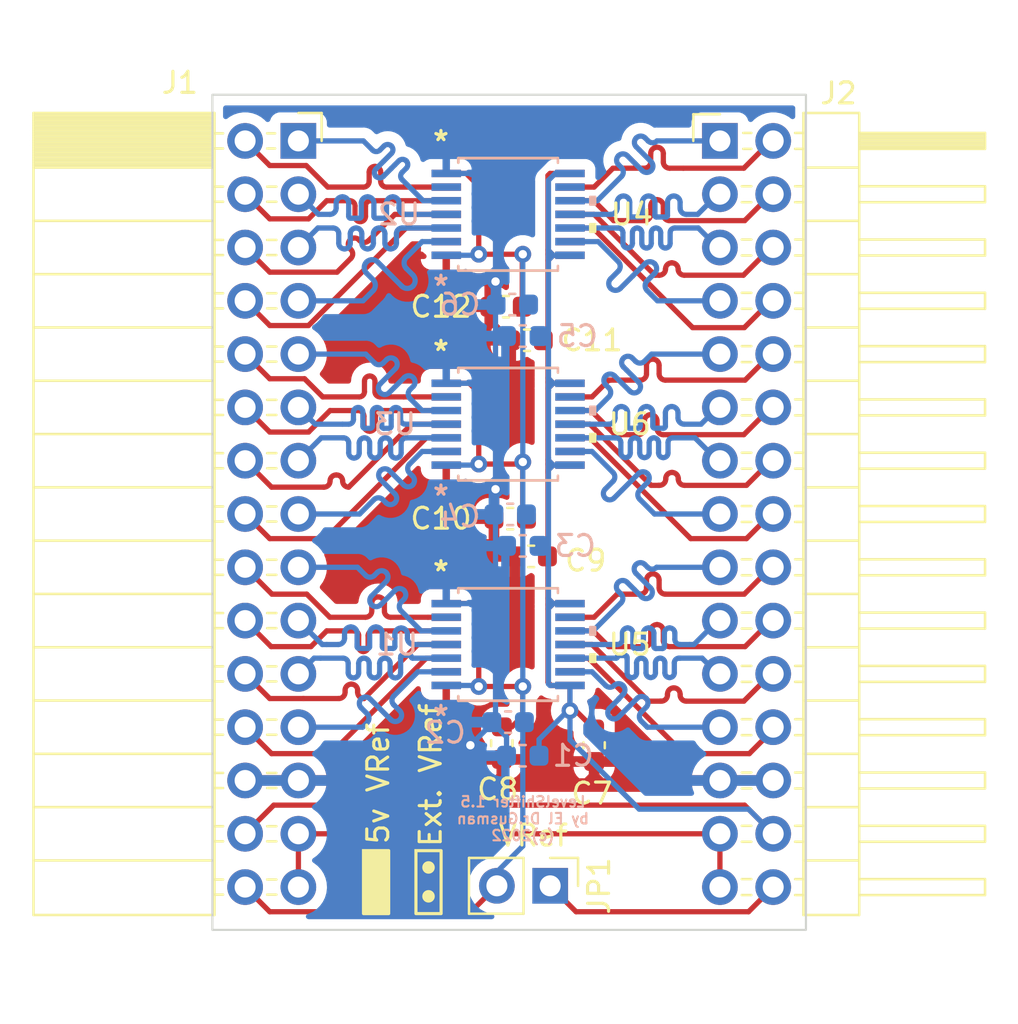
<source format=kicad_pcb>
(kicad_pcb (version 20211014) (generator pcbnew)
  (layers (0 "F.Cu" signal) (31 "B.Cu" signal) (34 "B.Paste" user) (35 "F.Paste" user) (36 "B.SilkS" user "B.Silkscreen") (37 "F.SilkS" user "F.Silkscreen") (38 "B.Mask" user) (39 "F.Mask" user) (44 "Edge.Cuts" user))
  (net 0 "")
  (net 1 "/CHAN_0_IN")
  (net 2 "/CHAN_1_IN")
  (net 3 "/CHAN_2_IN")
  (net 4 "/CHAN_3_IN")
  (net 5 "/CHAN_4_IN")
  (net 6 "/CHAN_5_IN")
  (net 7 "/CHAN_6_IN")
  (net 8 "/CHAN_7_IN")
  (net 9 "/CHAN_8_IN")
  (net 10 "/CHAN_9_IN")
  (net 11 "/CHAN_10_IN")
  (net 12 "/CHAN_11_IN")
  (net 13 "/GND")
  (net 14 "/3V3")
  (net 15 "/5V")
  (net 16 "/CHAN_0_OUT")
  (net 17 "/CHAN_1_OUT")
  (net 18 "/CHAN_2_OUT")
  (net 19 "/CHAN_3_OUT")
  (net 20 "/CHAN_4_OUT")
  (net 21 "/CHAN_5_OUT")
  (net 22 "/CHAN_6_OUT")
  (net 23 "/CHAN_7_OUT")
  (net 24 "/CHAN_8_OUT")
  (net 25 "/CHAN_9_OUT")
  (net 26 "/CHAN_10_OUT")
  (net 27 "/CHAN_11_OUT")
  (net 34 "/CHAN_23_IN")
  (net 35 "/CHAN_22_IN")
  (net 36 "/CHAN_21_IN")
  (net 37 "/CHAN_20_IN")
  (net 38 "/CHAN_19_IN")
  (net 39 "/CHAN_18_IN")
  (net 40 "/CHAN_17_IN")
  (net 41 "/CHAN_16_IN")
  (net 42 "/CHAN_15_IN")
  (net 43 "/CHAN_14_IN")
  (net 44 "/CHAN_13_IN")
  (net 45 "/CHAN_12_IN")
  (net 46 "/CHAN_23_OUT")
  (net 47 "/CHAN_22_OUT")
  (net 48 "/CHAN_21_OUT")
  (net 49 "/CHAN_20_OUT")
  (net 50 "/CHAN_19_OUT")
  (net 51 "/CHAN_18_OUT")
  (net 52 "/CHAN_17_OUT")
  (net 53 "/CHAN_16_OUT")
  (net 54 "/CHAN_15_OUT")
  (net 55 "/CHAN_14_OUT")
  (net 56 "/CHAN_13_OUT")
  (net 57 "/CHAN_12_OUT")
  (net 64 "/5V_VREF")
  (net 65 "/EXT_T")
  (footprint "Connector_PinSocket_2.54mm:PinSocket_2x15_P2.54mm_Horizontal" (layer "F.Cu") (at 149.895 80)
    (fp_text reference "J1")
    (fp_text value "Conn_02x15_Odd_Even")
  )
  (footprint "Capacitor_SMD:C_0603_1608Metric" (layer "F.Cu") (at 163.995 108.8 -90)
    (fp_text reference "C7")
    (fp_text value "100nf 16v")
  )
  (footprint "Capacitor_SMD:C_0603_1608Metric" (layer "F.Cu") (at 159.595 108.7 90)
    (fp_text reference "C8")
    (fp_text value "100nf 16v")
  )
  (footprint "footprints:TXU0104PWR" (layer "F.Cu") (at 159.895 93.5)
    (fp_text reference "U6")
    (fp_text value "TXU0104PWR" hide)
  )
  (footprint "Capacitor_SMD:C_0603_1608Metric" (layer "F.Cu") (at 159.795 87.9)
    (fp_text reference "C12")
    (fp_text value "100nf 16v")
  )
  (footprint "footprints:TXU0104PWR" (layer "F.Cu") (at 159.895 104)
    (fp_text reference "U5")
    (fp_text value "TXU0104PWR" hide)
  )
  (footprint "Capacitor_SMD:C_0603_1608Metric" (layer "F.Cu") (at 159.995 98)
    (fp_text reference "C10")
    (fp_text value "100nf 16v")
  )
  (footprint "Connector_PinHeader_2.54mm:PinHeader_2x15_P2.54mm_Horizontal" (layer "F.Cu") (at 169.995 80)
    (fp_text reference "J2")
    (fp_text value "Conn_02x15_Odd_Even")
  )
  (footprint "footprints:TXU0104PWR" (layer "F.Cu") (at 159.895 83.5)
    (fp_text reference "U4")
    (fp_text value "TXU0104PWR" hide)
  )
  (footprint "Connector_PinHeader_2.54mm:PinHeader_1x02_P2.54mm_Vertical" (layer "F.Cu") (at 161.9 115.5 -90)
    (fp_text reference "JP1")
    (fp_text value "Conn_01x02")
  )
  (footprint "Capacitor_SMD:C_0603_1608Metric" (layer "F.Cu") (at 160.995 99.8 180)
    (fp_text reference "C9")
    (fp_text value "100nf 16v")
  )
  (footprint "Capacitor_SMD:C_0603_1608Metric" (layer "F.Cu") (at 160.795 89.5 180)
    (fp_text reference "C11")
    (fp_text value "100nf 16v")
  )
  (footprint "Capacitor_SMD:C_0603_1608Metric" (layer "B.Cu") (at 160.095 87.8)
    (fp_text reference "C6")
    (fp_text value "100nf 16v")
  )
  (footprint "footprints:TXU0104PWR" (layer "B.Cu") (at 159.895 83.5)
    (fp_text reference "U2")
    (fp_text value "TXU0104PWR" hide)
  )
  (footprint "Capacitor_SMD:C_0603_1608Metric" (layer "B.Cu") (at 159.895 107.7)
    (fp_text reference "C2")
    (fp_text value "100nf 16v")
  )
  (footprint "Capacitor_SMD:C_0603_1608Metric" (layer "B.Cu") (at 159.995 97.8)
    (fp_text reference "C4")
    (fp_text value "100nf 16v")
  )
  (footprint "footprints:TXU0104PWR" (layer "B.Cu") (at 159.895 104)
    (fp_text reference "U1")
    (fp_text value "TXU0104PWR" hide)
  )
  (footprint "Capacitor_SMD:C_0603_1608Metric" (layer "B.Cu") (at 160.595 89.3 180)
    (fp_text reference "C5")
    (fp_text value "100nf 16v")
  )
  (footprint "Capacitor_SMD:C_0603_1608Metric" (layer "B.Cu") (at 160.595 99.3 180)
    (fp_text reference "C3")
    (fp_text value "100nf 16v")
  )
  (footprint "Capacitor_SMD:C_0603_1608Metric" (layer "B.Cu") (at 160.595 109.3 180)
    (fp_text reference "C1")
    (fp_text value "100nf 16v")
  )
  (footprint "footprints:TXU0104PWR" (layer "B.Cu") (at 159.895 93.5)
    (fp_text reference "U3")
    (fp_text value "TXU0104PWR" hide)
  )
  (gr_rect (start 153 116.823606) (end 154.2 113.823606) (layer "F.SilkS") (width 0.15) (fill solid))
  (gr_circle (center 156.1 114.623606) (end 156.323607 114.623606) (layer "F.SilkS") (width 0.15) (fill solid))
  (gr_rect (start 155.5 116.823606) (end 156.7 113.823606) (layer "F.SilkS") (width 0.15) (fill none))
  (gr_circle (center 156.1 116) (end 156.323607 116) (layer "F.SilkS") (width 0.15) (fill solid))
  (gr_rect (start 145.795 117.6) (end 174.095 77.8) (layer "Edge.Cuts") (width 0.1) (fill none))
  (gr_text "LevelShifter 1.5\nby El Dr.Gusman\n(c)2022" (at 160.6 112.3) (layer "B.SilkS") (effects (font (size 0.5 0.5) (thickness 0.1)) (justify mirror)))
  (gr_text "Ext. VRef" (at 156.2 110.223606 90) (layer "F.SilkS") (effects (font (size 1 1))))
  (gr_text "5v VRef" (at 153.7 110.623606 90) (layer "F.SilkS") (effects (font (size 1 1))))
  (gr_text "VRef" (at 161.1 113.1) (layer "F.SilkS") (effects (font (size 1 1))))
  (segment (start 154.68331 80.95103) (end 154.491445 81.142895) (width 0.25) (layer "B.Cu") (net 1))
  (segment (start 153.592475 81.688309) (end 153.592474 81.688308) (width 0.25) (layer "B.Cu") (net 1))
  (segment (start 154.314668 81.319668) (end 153.946028 81.688308) (width 0.25) (layer "B.Cu") (net 1))
  (segment (start 156.945052 82.850014) (end 155.845014 82.850014) (width 0.25) (layer "B.Cu") (net 1))
  (segment (start 155.845014 82.850014) (end 154.845 81.85) (width 0.25) (layer "B.Cu") (net 1))
  (segment (start 154.844999 81.496446) (end 155.036863 81.304582) (width 0.25) (layer "B.Cu") (net 1))
  (segment (start 154.845 81.496448) (end 154.844999 81.496446) (width 0.25) (layer "B.Cu") (net 1))
  (segment (start 154.491445 81.142895) (end 154.314669 81.319671) (width 0.25) (layer "B.Cu") (net 1))
  (segment (start 153.430781 80.435784) (end 152.995 80) (width 0.25) (layer "B.Cu") (net 1))
  (segment (start 154.314669 81.319671) (end 154.314668 81.319668) (width 0.25) (layer "B.Cu") (net 1))
  (segment (start 153.592474 81.334754) (end 153.961115 80.966113) (width 0.25) (layer "B.Cu") (net 1))
  (segment (start 153.961115 80.966113) (end 154.329754 80.597474) (width 0.25) (layer "B.Cu") (net 1))
  (segment (start 152.995 80) (end 149.895 80) (width 0.25) (layer "B.Cu") (net 1))
  (segment (start 153.430782 80.435784) (end 153.430781 80.435784) (width 0.25) (layer "B.Cu") (net 1))
  (segment (start 155.036862 80.951029) (end 155.036864 80.95103) (width 0.25) (layer "B.Cu") (net 1))
  (segment (start 154.329755 80.243921) (end 154.329754 80.24392) (width 0.25) (layer "B.Cu") (net 1))
  (segment (start 153.9762 80.24392) (end 153.784335 80.435785) (width 0.25) (layer "B.Cu") (net 1))
  (arc (start 155.036864 80.95103) (mid 154.860087 80.877807) (end 154.68331 80.95103) (width 0.25) (layer "B.Cu") (net 1))
  (arc (start 153.946028 81.688308) (mid 153.769252 81.761532) (end 153.592475 81.688309) (width 0.25) (layer "B.Cu") (net 1))
  (arc (start 155.036863 81.304582) (mid 155.110086 81.127805) (end 155.036862 80.951029) (width 0.25) (layer "B.Cu") (net 1))
  (arc (start 154.329754 80.597474) (mid 154.402978 80.420698) (end 154.329755 80.243921) (width 0.25) (layer "B.Cu") (net 1))
  (arc (start 154.329754 80.24392) (mid 154.152977 80.170697) (end 153.9762 80.24392) (width 0.25) (layer "B.Cu") (net 1))
  (arc (start 153.784335 80.435785) (mid 153.607558 80.509008) (end 153.430782 80.435784) (width 0.25) (layer "B.Cu") (net 1))
  (arc (start 154.845 81.85) (mid 154.771776 81.673223) (end 154.845 81.496448) (width 0.25) (layer "B.Cu") (net 1))
  (arc (start 153.592474 81.688308) (mid 153.519251 81.511531) (end 153.592474 81.334754) (width 0.25) (layer "B.Cu") (net 1))
  (segment (start 152.295 83.5) (end 152.295 82.964591) (width 0.25) (layer "B.Cu") (net 2))
  (segment (start 152.802296 83.685409) (end 152.387704 83.685409) (width 0.25) (layer "B.Cu") (net 2))
  (segment (start 151.695 82.964591) (end 151.695 83.2) (width 0.25) (layer "B.Cu") (net 2))
  (segment (start 154.095 82.964591) (end 154.095 83.2) (width 0.25) (layer "B.Cu") (net 2))
  (segment (start 153.495 83.592705) (end 153.495 83.5) (width 0.25) (layer "B.Cu") (net 2))
  (segment (start 156.945052 83.5) (end 154.995 83.5) (width 0.25) (layer "B.Cu") (net 2))
  (segment (start 153.495 83.5) (end 153.495 82.964591) (width 0.25) (layer "B.Cu") (net 2))
  (segment (start 152.895 82.964591) (end 152.895 83.5) (width 0.25) (layer "B.Cu") (net 2))
  (segment (start 151.395 83.5) (end 150.855 83.5) (width 0.25) (layer "B.Cu") (net 2))
  (segment (start 154.002296 83.685409) (end 153.587704 83.685409) (width 0.25) (layer "B.Cu") (net 2))
  (segment (start 154.095 83.2) (end 154.095 83.592705) (width 0.25) (layer "B.Cu") (net 2))
  (segment (start 152.895 83.5) (end 152.895 83.592705) (width 0.25) (layer "B.Cu") (net 2))
  (segment (start 152.295 83.592705) (end 152.295 83.5) (width 0.25) (layer "B.Cu") (net 2))
  (segment (start 154.695 83.2) (end 154.695 82.964591) (width 0.25) (layer "B.Cu") (net 2))
  (segment (start 150.855 83.5) (end 149.895 82.54) (width 0.25) (layer "B.Cu") (net 2))
  (arc (start 153.495 82.964591) (mid 153.407132 82.752459) (end 153.195 82.664591) (width 0.25) (layer "B.Cu") (net 2))
  (arc (start 153.195 82.664591) (mid 152.982868 82.752459) (end 152.895 82.964591) (width 0.25) (layer "B.Cu") (net 2))
  (arc (start 154.395 82.664591) (mid 154.182868 82.752459) (end 154.095 82.964591) (width 0.25) (layer "B.Cu") (net 2))
  (arc (start 151.995 82.664591) (mid 151.782868 82.752459) (end 151.695 82.964591) (width 0.25) (layer "B.Cu") (net 2))
  (arc (start 152.387704 83.685409) (mid 152.322152 83.658257) (end 152.295 83.592705) (width 0.25) (layer "B.Cu") (net 2))
  (arc (start 154.695 82.964591) (mid 154.607132 82.752459) (end 154.395 82.664591) (width 0.25) (layer "B.Cu") (net 2))
  (arc (start 153.587704 83.685409) (mid 153.522152 83.658257) (end 153.495 83.592705) (width 0.25) (layer "B.Cu") (net 2))
  (arc (start 152.895 83.592705) (mid 152.867848 83.658257) (end 152.802296 83.685409) (width 0.25) (layer "B.Cu") (net 2))
  (arc (start 154.095 83.592705) (mid 154.067848 83.658257) (end 154.002296 83.685409) (width 0.25) (layer "B.Cu") (net 2))
  (arc (start 152.295 82.964591) (mid 152.207132 82.752459) (end 151.995 82.664591) (width 0.25) (layer "B.Cu") (net 2))
  (arc (start 151.695 83.2) (mid 151.607132 83.412132) (end 151.395 83.5) (width 0.25) (layer "B.Cu") (net 2))
  (arc (start 154.995 83.5) (mid 154.782868 83.412132) (end 154.695 83.2) (width 0.25) (layer "B.Cu") (net 2))
  (segment (start 151.820014 84.871816) (end 151.820014 84.424986) (width 0.25) (layer "B.Cu") (net 3))
  (segment (start 154.570014 84.424986) (end 154.570014 84.871816) (width 0.25) (layer "B.Cu") (net 3))
  (segment (start 153.470014 84.424986) (end 153.470014 84.871816) (width 0.25) (layer "B.Cu") (net 3))
  (segment (start 154.020014 84.871816) (end 154.020014 84.424986) (width 0.25) (layer "B.Cu") (net 3))
  (segment (start 156.945052 84.149986) (end 154.845014 84.149986) (width 0.25) (layer "B.Cu") (net 3))
  (segment (start 151.545014 84.149986) (end 150.825014 84.149986) (width 0.25) (layer "B.Cu") (net 3))
  (segment (start 152.920014 84.871816) (end 152.920014 84.424986) (width 0.25) (layer "B.Cu") (net 3))
  (segment (start 152.370014 84.424986) (end 152.370014 84.871816) (width 0.25) (layer "B.Cu") (net 3))
  (segment (start 150.825014 84.149986) (end 149.895 85.08) (width 0.25) (layer "B.Cu") (net 3))
  (arc (start 153.745014 84.149986) (mid 153.55056 84.230532) (end 153.470014 84.424986) (width 0.25) (layer "B.Cu") (net 3))
  (arc (start 152.095014 85.146816) (mid 151.90056 85.06627) (end 151.820014 84.871816) (width 0.25) (layer "B.Cu") (net 3))
  (arc (start 153.195014 85.146816) (mid 153.00056 85.06627) (end 152.920014 84.871816) (width 0.25) (layer "B.Cu") (net 3))
  (arc (start 152.370014 84.871816) (mid 152.289468 85.06627) (end 152.095014 85.146816) (width 0.25) (layer "B.Cu") (net 3))
  (arc (start 151.820014 84.424986) (mid 151.739468 84.230532) (end 151.545014 84.149986) (width 0.25) (layer "B.Cu") (net 3))
  (arc (start 154.845014 84.149986) (mid 154.65056 84.230532) (end 154.570014 84.424986) (width 0.25) (layer "B.Cu") (net 3))
  (arc (start 153.470014 84.871816) (mid 153.389468 85.06627) (end 153.195014 85.146816) (width 0.25) (layer "B.Cu") (net 3))
  (arc (start 152.645014 84.149986) (mid 152.45056 84.230532) (end 152.370014 84.424986) (width 0.25) (layer "B.Cu") (net 3))
  (arc (start 154.020014 84.424986) (mid 153.939468 84.230532) (end 153.745014 84.149986) (width 0.25) (layer "B.Cu") (net 3))
  (arc (start 154.570014 84.871816) (mid 154.489468 85.06627) (end 154.295014 85.146816) (width 0.25) (layer "B.Cu") (net 3))
  (arc (start 152.920014 84.424986) (mid 152.839468 84.230532) (end 152.645014 84.149986) (width 0.25) (layer "B.Cu") (net 3))
  (arc (start 154.295014 85.146816) (mid 154.10056 85.06627) (end 154.020014 84.871816) (width 0.25) (layer "B.Cu") (net 3))
  (segment (start 152.975 87.62) (end 149.895 87.62) (width 0.25) (layer "B.Cu") (net 4))
  (segment (start 153.276552 87.318448) (end 152.975 87.62) (width 0.25) (layer "B.Cu") (net 4))
  (segment (start 154.823613 86.919602) (end 154.823614 86.919603) (width 0.25) (layer "B.Cu") (net 4))
  (segment (start 154.823614 86.919603) (end 153.675399 85.771384) (width 0.25) (layer "B.Cu") (net 4))
  (segment (start 155.045 86.08033) (end 155.353944 86.389273) (width 0.25) (layer "B.Cu") (net 4))
  (segment (start 153.454012 87.140988) (end 153.276552 87.318448) (width 0.25) (layer "B.Cu") (net 4))
  (segment (start 153.145067 86.301716) (end 153.454012 86.610658) (width 0.25) (layer "B.Cu") (net 4))
  (segment (start 153.145068 86.301717) (end 153.145067 86.301716) (width 0.25) (layer "B.Cu") (net 4))
  (segment (start 156.945052 84.799972) (end 155.795028 84.799972) (width 0.25) (layer "B.Cu") (net 4))
  (segment (start 155.795028 84.799972) (end 155.045 85.55) (width 0.25) (layer "B.Cu") (net 4))
  (segment (start 155.045001 86.080331) (end 155.045 86.08033) (width 0.25) (layer "B.Cu") (net 4))
  (arc (start 155.353944 86.919603) (mid 155.088778 87.029438) (end 154.823613 86.919602) (width 0.25) (layer "B.Cu") (net 4))
  (arc (start 155.045 85.55) (mid 154.935165 85.815166) (end 155.045001 86.080331) (width 0.25) (layer "B.Cu") (net 4))
  (arc (start 153.454012 86.610658) (mid 153.563847 86.875823) (end 153.454012 87.140988) (width 0.25) (layer "B.Cu") (net 4))
  (arc (start 153.145067 85.771386) (mid 153.035233 86.036551) (end 153.145068 86.301717) (width 0.25) (layer "B.Cu") (net 4))
  (arc (start 155.353944 86.389273) (mid 155.463779 86.654438) (end 155.353944 86.919603) (width 0.25) (layer "B.Cu") (net 4))
  (arc (start 153.675399 85.771384) (mid 153.410232 85.661551) (end 153.145067 85.771386) (width 0.25) (layer "B.Cu") (net 4))
  (segment (start 153.798031 91.575644) (end 154.520644 90.85303) (width 0.25) (layer "B.Cu") (net 5))
  (segment (start 155.22 91.850736) (end 155.369175 91.701561) (width 0.25) (layer "B.Cu") (net 5))
  (segment (start 153.105 90.16) (end 149.895 90.16) (width 0.25) (layer "B.Cu") (net 5))
  (segment (start 155.795014 92.850014) (end 155.22 92.275) (width 0.25) (layer "B.Cu") (net 5))
  (segment (start 156.945052 92.850014) (end 155.795014 92.850014) (width 0.25) (layer "B.Cu") (net 5))
  (segment (start 154.944909 91.277296) (end 154.222295 91.999909) (width 0.25) (layer "B.Cu") (net 5))
  (segment (start 154.944909 91.277297) (end 154.944909 91.277296) (width 0.25) (layer "B.Cu") (net 5))
  (segment (start 153.522938 90.577941) (end 153.105 90.16) (width 0.25) (layer "B.Cu") (net 5))
  (segment (start 154.096378 90.428765) (end 153.947202 90.577941) (width 0.25) (layer "B.Cu") (net 5))
  (segment (start 154.096378 90.428766) (end 154.096378 90.428765) (width 0.25) (layer "B.Cu") (net 5))
  (segment (start 153.798031 91.575643) (end 153.798031 91.575644) (width 0.25) (layer "B.Cu") (net 5))
  (arc (start 155.369175 91.701561) (mid 155.457043 91.489429) (end 155.369175 91.277297) (width 0.25) (layer "B.Cu") (net 5))
  (arc (start 153.947202 90.577941) (mid 153.73507 90.665809) (end 153.522938 90.577941) (width 0.25) (layer "B.Cu") (net 5))
  (arc (start 154.222295 91.999909) (mid 154.010163 92.087777) (end 153.798031 91.999909) (width 0.25) (layer "B.Cu") (net 5))
  (arc (start 154.520644 90.85303) (mid 154.608512 90.640898) (end 154.520644 90.428766) (width 0.25) (layer "B.Cu") (net 5))
  (arc (start 155.22 92.275) (mid 155.132132 92.062868) (end 155.22 91.850736) (width 0.25) (layer "B.Cu") (net 5))
  (arc (start 153.798031 91.999909) (mid 153.710163 91.787776) (end 153.798031 91.575643) (width 0.25) (layer "B.Cu") (net 5))
  (arc (start 154.520644 90.428766) (mid 154.30851 90.340897) (end 154.096378 90.428766) (width 0.25) (layer "B.Cu") (net 5))
  (arc (start 155.369175 91.277297) (mid 155.157041 91.189428) (end 154.944909 91.277297) (width 0.25) (layer "B.Cu") (net 5))
  (segment (start 152.97 93.598142) (end 152.97 93.5) (width 0.25) (layer "B.Cu") (net 6))
  (segment (start 153.321858 93.696284) (end 153.068142 93.696284) (width 0.25) (layer "B.Cu") (net 6))
  (segment (start 151.9974 93.5) (end 150.695 93.5) (width 0.25) (layer "B.Cu") (net 6))
  (segment (start 152.97 93.5) (end 152.97 92.928716) (width 0.25) (layer "B.Cu") (net 6))
  (segment (start 154.77 93.275) (end 154.77 92.928716) (width 0.25) (layer "B.Cu") (net 6))
  (segment (start 153.42 92.928716) (end 153.42 93.5) (width 0.25) (layer "B.Cu") (net 6))
  (segment (start 154.221858 93.696284) (end 153.968142 93.696284) (width 0.25) (layer "B.Cu") (net 6))
  (segment (start 153.87 93.598142) (end 153.87 93.5) (width 0.25) (layer "B.Cu") (net 6))
  (segment (start 154.32 93.275) (end 154.32 93.598142) (width 0.25) (layer "B.Cu") (net 6))
  (segment (start 154.32 92.928716) (end 154.32 93.275) (width 0.25) (layer "B.Cu") (net 6))
  (segment (start 150.695 93.5) (end 149.895 92.7) (width 0.25) (layer "B.Cu") (net 6))
  (segment (start 153.87 93.5) (end 153.87 92.928716) (width 0.25) (layer "B.Cu") (net 6))
  (segment (start 152.52 92.928716) (end 152.52 93.275) (width 0.25) (layer "B.Cu") (net 6))
  (segment (start 152.295 93.5) (end 151.9974 93.5) (width 0.25) (layer "B.Cu") (net 6))
  (segment (start 153.42 93.5) (end 153.42 93.598142) (width 0.25) (layer "B.Cu") (net 6))
  (segment (start 156.945052 93.5) (end 154.995 93.5) (width 0.25) (layer "B.Cu") (net 6))
  (arc (start 153.968142 93.696284) (mid 153.898745 93.667539) (end 153.87 93.598142) (width 0.25) (layer "B.Cu") (net 6))
  (arc (start 154.995 93.5) (mid 154.835901 93.434099) (end 154.77 93.275) (width 0.25) (layer "B.Cu") (net 6))
  (arc (start 152.97 92.928716) (mid 152.904099 92.769617) (end 152.745 92.703716) (width 0.25) (layer "B.Cu") (net 6))
  (arc (start 153.42 93.598142) (mid 153.391255 93.667539) (end 153.321858 93.696284) (width 0.25) (layer "B.Cu") (net 6))
  (arc (start 154.32 93.598142) (mid 154.291255 93.667539) (end 154.221858 93.696284) (width 0.25) (layer "B.Cu") (net 6))
  (arc (start 152.52 93.275) (mid 152.454099 93.434099) (end 152.295 93.5) (width 0.25) (layer "B.Cu") (net 6))
  (arc (start 153.068142 93.696284) (mid 152.998745 93.667539) (end 152.97 93.598142) (width 0.25) (layer "B.Cu") (net 6))
  (arc (start 154.545 92.703716) (mid 154.385901 92.769617) (end 154.32 92.928716) (width 0.25) (layer "B.Cu") (net 6))
  (arc (start 152.745 92.703716) (mid 152.585901 92.769617) (end 152.52 92.928716) (width 0.25) (layer "B.Cu") (net 6))
  (arc (start 154.77 92.928716) (mid 154.704099 92.769617) (end 154.545 92.703716) (width 0.25) (layer "B.Cu") (net 6))
  (arc (start 153.87 92.928716) (mid 153.804099 92.769617) (end 153.645 92.703716) (width 0.25) (layer "B.Cu") (net 6))
  (arc (start 153.645 92.703716) (mid 153.485901 92.769617) (end 153.42 92.928716) (width 0.25) (layer "B.Cu") (net 6))
  (segment (start 152.045014 94.149986) (end 151.995014 94.149986) (width 0.25) (layer "B.Cu") (net 7))
  (segment (start 150.985014 94.149986) (end 149.895 95.24) (width 0.25) (layer "B.Cu") (net 7))
  (segment (start 152.795014 94.399986) (end 152.795014 94.864308) (width 0.25) (layer "B.Cu") (net 7))
  (segment (start 152.295014 94.864308) (end 152.295014 94.399986) (width 0.25) (layer "B.Cu") (net 7))
  (segment (start 156.945052 94.149986) (end 155.045014 94.149986) (width 0.25) (layer "B.Cu") (net 7))
  (segment (start 154.795014 94.399986) (end 154.795014 94.864308) (width 0.25) (layer "B.Cu") (net 7))
  (segment (start 153.795014 94.399986) (end 153.795014 94.864308) (width 0.25) (layer "B.Cu") (net 7))
  (segment (start 154.295014 94.864308) (end 154.295014 94.399986) (width 0.25) (layer "B.Cu") (net 7))
  (segment (start 153.295014 94.864308) (end 153.295014 94.399986) (width 0.25) (layer "B.Cu") (net 7))
  (segment (start 151.995014 94.149986) (end 150.985014 94.149986) (width 0.25) (layer "B.Cu") (net 7))
  (arc (start 153.795014 94.864308) (mid 153.721791 95.041085) (end 153.545014 95.114308) (width 0.25) (layer "B.Cu") (net 7))
  (arc (start 154.795014 94.864308) (mid 154.721791 95.041085) (end 154.545014 95.114308) (width 0.25) (layer "B.Cu") (net 7))
  (arc (start 152.545014 95.114308) (mid 152.368237 95.041085) (end 152.295014 94.864308) (width 0.25) (layer "B.Cu") (net 7))
  (arc (start 154.545014 95.114308) (mid 154.368237 95.041085) (end 154.295014 94.864308) (width 0.25) (layer "B.Cu") (net 7))
  (arc (start 152.795014 94.864308) (mid 152.721791 95.041085) (end 152.545014 95.114308) (width 0.25) (layer "B.Cu") (net 7))
  (arc (start 155.045014 94.149986) (mid 154.868237 94.223209) (end 154.795014 94.399986) (width 0.25) (layer "B.Cu") (net 7))
  (arc (start 153.045014 94.149986) (mid 152.868237 94.223209) (end 152.795014 94.399986) (width 0.25) (layer "B.Cu") (net 7))
  (arc (start 153.295014 94.399986) (mid 153.221791 94.223209) (end 153.045014 94.149986) (width 0.25) (layer "B.Cu") (net 7))
  (arc (start 154.295014 94.399986) (mid 154.221791 94.223209) (end 154.045014 94.149986) (width 0.25) (layer "B.Cu") (net 7))
  (arc (start 152.295014 94.399986) (mid 152.221791 94.223209) (end 152.045014 94.149986) (width 0.25) (layer "B.Cu") (net 7))
  (arc (start 153.545014 95.114308) (mid 153.368237 95.041085) (end 153.295014 94.864308) (width 0.25) (layer "B.Cu") (net 7))
  (arc (start 154.045014 94.149986) (mid 153.868237 94.223209) (end 153.795014 94.399986) (width 0.25) (layer "B.Cu") (net 7))
  (segment (start 155.795028 94.799972) (end 155.195 95.4) (width 0.25) (layer "B.Cu") (net 8))
  (segment (start 155.195001 95.824265) (end 155.195 95.824264) (width 0.25) (layer "B.Cu") (net 8))
  (segment (start 154.917552 96.395343) (end 154.235014 95.712801) (width 0.25) (layer "B.Cu") (net 8))
  (segment (start 153.810749 96.137068) (end 153.810748 96.137067) (width 0.25) (layer "B.Cu") (net 8))
  (segment (start 155.195 95.824264) (end 155.341816 95.971079) (width 0.25) (layer "B.Cu") (net 8))
  (segment (start 156.945052 94.799972) (end 155.795028 94.799972) (width 0.25) (layer "B.Cu") (net 8))
  (segment (start 153.810748 96.137067) (end 154.346475 96.67279) (width 0.25) (layer "B.Cu") (net 8))
  (segment (start 153.266217 97.328783) (end 152.815 97.78) (width 0.25) (layer "B.Cu") (net 8))
  (segment (start 152.815 97.78) (end 149.895 97.78) (width 0.25) (layer "B.Cu") (net 8))
  (segment (start 154.069026 97.243869) (end 153.922211 97.097053) (width 0.25) (layer "B.Cu") (net 8))
  (segment (start 154.917551 96.395342) (end 154.917552 96.395343) (width 0.25) (layer "B.Cu") (net 8))
  (segment (start 153.497947 97.097053) (end 153.266217 97.328783) (width 0.25) (layer "B.Cu") (net 8))
  (segment (start 154.346475 96.67279) (end 154.49329 96.819605) (width 0.25) (layer "B.Cu") (net 8))
  (segment (start 154.069025 97.243868) (end 154.069026 97.243869) (width 0.25) (layer "B.Cu") (net 8))
  (arc (start 154.49329 97.243869) (mid 154.281157 97.331737) (end 154.069025 97.243868) (width 0.25) (layer "B.Cu") (net 8))
  (arc (start 154.49329 96.819605) (mid 154.581158 97.031737) (end 154.49329 97.243869) (width 0.25) (layer "B.Cu") (net 8))
  (arc (start 153.810748 95.712803) (mid 153.722881 95.924935) (end 153.810749 96.137068) (width 0.25) (layer "B.Cu") (net 8))
  (arc (start 153.922211 97.097053) (mid 153.710079 97.009185) (end 153.497947 97.097053) (width 0.25) (layer "B.Cu") (net 8))
  (arc (start 155.195 95.4) (mid 155.107132 95.612133) (end 155.195001 95.824265) (width 0.25) (layer "B.Cu") (net 8))
  (arc (start 155.341816 95.971079) (mid 155.429684 96.183211) (end 155.341816 96.395343) (width 0.25) (layer "B.Cu") (net 8))
  (arc (start 154.235014 95.712801) (mid 154.02288 95.624935) (end 153.810748 95.712803) (width 0.25) (layer "B.Cu") (net 8))
  (arc (start 155.341816 96.395343) (mid 155.129683 96.483211) (end 154.917551 96.395342) (width 0.25) (layer "B.Cu") (net 8))
  (segment (start 154.795 101.975736) (end 154.927578 101.843158) (width 0.25) (layer "B.Cu") (net 9))
  (segment (start 154.503312 101.418893) (end 153.813892 102.108312) (width 0.25) (layer "B.Cu") (net 9))
  (segment (start 153.097938 100.702941) (end 152.828665 100.433665) (width 0.25) (layer "B.Cu") (net 9))
  (segment (start 154.503312 101.418894) (end 154.503312 101.418893) (width 0.25) (layer "B.Cu") (net 9))
  (segment (start 153.654781 100.570363) (end 153.654781 100.570362) (width 0.25) (layer "B.Cu") (net 9))
  (segment (start 152.715 100.32) (end 149.895 100.32) (width 0.25) (layer "B.Cu") (net 9))
  (segment (start 156.945052 103.350014) (end 155.745014 103.350014) (width 0.25) (layer "B.Cu") (net 9))
  (segment (start 153.389628 101.684047) (end 154.079047 100.994627) (width 0.25) (layer "B.Cu") (net 9))
  (segment (start 152.828665 100.433665) (end 152.715 100.32) (width 0.25) (layer "B.Cu") (net 9))
  (segment (start 153.654781 100.570362) (end 153.522202 100.702941) (width 0.25) (layer "B.Cu") (net 9))
  (segment (start 155.745014 103.350014) (end 154.795 102.4) (width 0.25) (layer "B.Cu") (net 9))
  (segment (start 153.389628 101.684046) (end 153.389628 101.684047) (width 0.25) (layer "B.Cu") (net 9))
  (arc (start 154.079047 100.570363) (mid 153.866913 100.482494) (end 153.654781 100.570363) (width 0.25) (layer "B.Cu") (net 9))
  (arc (start 154.079047 100.994627) (mid 154.166915 100.782495) (end 154.079047 100.570363) (width 0.25) (layer "B.Cu") (net 9))
  (arc (start 154.927578 101.843158) (mid 155.015446 101.631026) (end 154.927578 101.418894) (width 0.25) (layer "B.Cu") (net 9))
  (arc (start 154.795 102.4) (mid 154.707132 102.187868) (end 154.795 101.975736) (width 0.25) (layer "B.Cu") (net 9))
  (arc (start 153.813892 102.108312) (mid 153.60176 102.19618) (end 153.389628 102.108312) (width 0.25) (layer "B.Cu") (net 9))
  (arc (start 154.927578 101.418894) (mid 154.715444 101.331025) (end 154.503312 101.418894) (width 0.25) (layer "B.Cu") (net 9))
  (arc (start 153.522202 100.702941) (mid 153.31007 100.790809) (end 153.097938 100.702941) (width 0.25) (layer "B.Cu") (net 9))
  (arc (start 153.389628 102.108312) (mid 153.30176 101.896179) (end 153.389628 101.684046) (width 0.25) (layer "B.Cu") (net 9))
  (segment (start 153.895 104.093977) (end 153.895 104) (width 0.25) (layer "B.Cu") (net 10))
  (segment (start 152.695 104.093977) (end 152.695 104) (width 0.25) (layer "B.Cu") (net 10))
  (segment (start 156.945052 104) (end 155.395 104) (width 0.25) (layer "B.Cu") (net 10))
  (segment (start 152.095 103.462047) (end 152.095 103.7) (width 0.25) (layer "B.Cu") (net 10))
  (segment (start 153.201024 104.187953) (end 152.788976 104.187953) (width 0.25) (layer "B.Cu") (net 10))
  (segment (start 151.035 104) (end 149.895 102.86) (width 0.25) (layer "B.Cu") (net 10))
  (segment (start 153.895 104) (end 153.895 103.462047) (width 0.25) (layer "B.Cu") (net 10))
  (segment (start 151.795 104) (end 151.247059 104) (width 0.25) (layer "B.Cu") (net 10))
  (segment (start 154.495 103.7) (end 154.495 104.093977) (width 0.25) (layer "B.Cu") (net 10))
  (segment (start 151.247059 104) (end 151.035 104) (width 0.25) (layer "B.Cu") (net 10))
  (segment (start 154.495 103.512047) (end 154.495 103.7) (width 0.25) (layer "B.Cu") (net 10))
  (segment (start 155.095 103.7) (end 155.095 103.512047) (width 0.25) (layer "B.Cu") (net 10))
  (segment (start 154.401024 104.187953) (end 153.988976 104.187953) (width 0.25) (layer "B.Cu") (net 10))
  (segment (start 153.295 103.462047) (end 153.295 104) (width 0.25) (layer "B.Cu") (net 10))
  (segment (start 152.695 104) (end 152.695 103.462047) (width 0.25) (layer "B.Cu") (net 10))
  (segment (start 153.295 104) (end 153.295 104.093977) (width 0.25) (layer "B.Cu") (net 10))
  (arc (start 152.695 103.462047) (mid 152.607132 103.249915) (end 152.395 103.162047) (width 0.25) (layer "B.Cu") (net 10))
  (arc (start 154.795 103.212047) (mid 154.582868 103.299915) (end 154.495 103.512047) (width 0.25) (layer "B.Cu") (net 10))
  (arc (start 155.395 104) (mid 155.182868 103.912132) (end 155.095 103.7) (width 0.25) (layer "B.Cu") (net 10))
  (arc (start 152.095 103.7) (mid 152.007132 103.912132) (end 151.795 104) (width 0.25) (layer "B.Cu") (net 10))
  (arc (start 153.988976 104.187953) (mid 153.922525 104.160428) (end 153.895 104.093977) (width 0.25) (layer "B.Cu") (net 10))
  (arc (start 152.395 103.162047) (mid 152.182868 103.249915) (end 152.095 103.462047) (width 0.25) (layer "B.Cu") (net 10))
  (arc (start 153.295 104.093977) (mid 153.267475 104.160428) (end 153.201024 104.187953) (width 0.25) (layer "B.Cu") (net 10))
  (arc (start 153.895 103.462047) (mid 153.807132 103.249915) (end 153.595 103.162047) (width 0.25) (layer "B.Cu") (net 10))
  (arc (start 152.788976 104.187953) (mid 152.722525 104.160428) (end 152.695 104.093977) (width 0.25) (layer "B.Cu") (net 10))
  (arc (start 154.495 104.093977) (mid 154.467475 104.160428) (end 154.401024 104.187953) (width 0.25) (layer "B.Cu") (net 10))
  (arc (start 153.595 103.162047) (mid 153.382868 103.249915) (end 153.295 103.462047) (width 0.25) (layer "B.Cu") (net 10))
  (arc (start 155.095 103.512047) (mid 155.007132 103.299915) (end 154.795 103.212047) (width 0.25) (layer "B.Cu") (net 10))
  (segment (start 155.275215 104.580215) (end 155.275215 104.580214) (width 0.25) (layer "B.Cu") (net 11))
  (segment (start 154.269986 105.339529) (end 154.269986 104.899986) (width 0.25) (layer "B.Cu") (net 11))
  (segment (start 154.775215 104.580214) (end 154.775215 104.580215) (width 0.25) (layer "B.Cu") (net 11))
  (segment (start 154.775215 104.649986) (end 154.769986 104.649986) (width 0.25) (layer "B.Cu") (net 11))
  (segment (start 153.769986 104.899986) (end 153.769986 105.339529) (width 0.25) (layer "B.Cu") (net 11))
  (segment (start 150.949268 104.649986) (end 150.645014 104.649986) (width 0.25) (layer "B.Cu") (net 11))
  (segment (start 150.645014 104.649986) (end 149.895 105.4) (width 0.25) (layer "B.Cu") (net 11))
  (segment (start 152.769986 104.899986) (end 152.769986 105.339529) (width 0.25) (layer "B.Cu") (net 11))
  (segment (start 156.945052 104.649986) (end 155.344986 104.649986) (width 0.25) (layer "B.Cu") (net 11))
  (segment (start 153.269986 105.339529) (end 153.269986 104.899986) (width 0.25) (layer "B.Cu") (net 11))
  (segment (start 152.269986 105.339529) (end 152.269986 104.899986) (width 0.25) (layer "B.Cu") (net 11))
  (segment (start 154.769986 104.649986) (end 154.769986 105.339529) (width 0.25) (layer "B.Cu") (net 11))
  (segment (start 155.205444 104.510443) (end 154.844986 104.510443) (width 0.25) (layer "B.Cu") (net 11))
  (segment (start 152.019986 104.649986) (end 150.949268 104.649986) (width 0.25) (layer "B.Cu") (net 11))
  (segment (start 154.775215 104.580215) (end 154.775215 104.649986) (width 0.25) (layer "B.Cu") (net 11))
  (arc (start 153.019986 104.649986) (mid 152.843209 104.723209) (end 152.769986 104.899986) (width 0.25) (layer "B.Cu") (net 11))
  (arc (start 153.769986 105.339529) (mid 153.696763 105.516306) (end 153.519986 105.589529) (width 0.25) (layer "B.Cu") (net 11))
  (arc (start 152.519986 105.589529) (mid 152.343209 105.516306) (end 152.269986 105.339529) (width 0.25) (layer "B.Cu") (net 11))
  (arc (start 154.844986 104.510443) (mid 154.79565 104.530878) (end 154.775215 104.580214) (width 0.25) (layer "B.Cu") (net 11))
  (arc (start 154.519986 105.589529) (mid 154.343209 105.516306) (end 154.269986 105.339529) (width 0.25) (layer "B.Cu") (net 11))
  (arc (start 155.344986 104.649986) (mid 155.29565 104.629551) (end 155.275215 104.580215) (width 0.25) (layer "B.Cu") (net 11))
  (arc (start 152.269986 104.899986) (mid 152.196763 104.723209) (end 152.019986 104.649986) (width 0.25) (layer "B.Cu") (net 11))
  (arc (start 154.769986 105.339529) (mid 154.696763 105.516306) (end 154.519986 105.589529) (width 0.25) (layer "B.Cu") (net 11))
  (arc (start 153.519986 105.589529) (mid 153.343209 105.516306) (end 153.269986 105.339529) (width 0.25) (layer "B.Cu") (net 11))
  (arc (start 152.769986 105.339529) (mid 152.696763 105.516306) (end 152.519986 105.589529) (width 0.25) (layer "B.Cu") (net 11))
  (arc (start 155.275215 104.580214) (mid 155.25478 104.530878) (end 155.205444 104.510443) (width 0.25) (layer "B.Cu") (net 11))
  (arc (start 154.019986 104.649986) (mid 153.843209 104.723209) (end 153.769986 104.899986) (width 0.25) (layer "B.Cu") (net 11))
  (arc (start 153.269986 104.899986) (mid 153.196763 104.723209) (end 153.019986 104.649986) (width 0.25) (layer "B.Cu") (net 11))
  (arc (start 154.269986 104.899986) (mid 154.196763 104.723209) (end 154.019986 104.649986) (width 0.25) (layer "B.Cu") (net 11))
  (segment (start 154.445001 106.874265) (end 154.445 106.874264) (width 0.25) (layer "B.Cu") (net 12))
  (segment (start 154.445 106.874264) (end 154.727843 107.157106) (width 0.25) (layer "B.Cu") (net 12))
  (segment (start 154.303579 107.58137) (end 153.313632 106.591419) (width 0.25) (layer "B.Cu") (net 12))
  (segment (start 155.595028 105.299972) (end 154.445 106.45) (width 0.25) (layer "B.Cu") (net 12))
  (segment (start 153.17221 107.72279) (end 152.955 107.94) (width 0.25) (layer "B.Cu") (net 12))
  (segment (start 152.889367 107.015686) (end 152.889366 107.015685) (width 0.25) (layer "B.Cu") (net 12))
  (segment (start 152.955 107.94) (end 149.895 107.94) (width 0.25) (layer "B.Cu") (net 12))
  (segment (start 156.945052 105.299972) (end 155.595028 105.299972) (width 0.25) (layer "B.Cu") (net 12))
  (segment (start 152.889366 107.015685) (end 153.17221 107.298526) (width 0.25) (layer "B.Cu") (net 12))
  (segment (start 154.303578 107.581369) (end 154.303579 107.58137) (width 0.25) (layer "B.Cu") (net 12))
  (arc (start 154.445 106.45) (mid 154.357132 106.662133) (end 154.445001 106.874265) (width 0.25) (layer "B.Cu") (net 12))
  (arc (start 153.313632 106.591419) (mid 153.101498 106.503553) (end 152.889366 106.591421) (width 0.25) (layer "B.Cu") (net 12))
  (arc (start 153.17221 107.298526) (mid 153.260078 107.510658) (end 153.17221 107.72279) (width 0.25) (layer "B.Cu") (net 12))
  (arc (start 154.727843 107.157106) (mid 154.815711 107.369238) (end 154.727843 107.58137) (width 0.25) (layer "B.Cu") (net 12))
  (arc (start 154.727843 107.58137) (mid 154.51571 107.669238) (end 154.303578 107.581369) (width 0.25) (layer "B.Cu") (net 12))
  (arc (start 152.889366 106.591421) (mid 152.801499 106.803553) (end 152.889367 107.015686) (width 0.25) (layer "B.Cu") (net 12))
  (segment (start 159.195 110.5) (end 158.995 110.5) (width 0.25) (layer "F.Cu") (net 13))
  (segment (start 159.295 87.625) (end 159.02 87.9) (width 0.25) (layer "F.Cu") (net 13))
  (segment (start 157.495 86.7) (end 159.295 86.7) (width 0.25) (layer "F.Cu") (net 13))
  (segment (start 164.395 110.5) (end 164.495 110.5) (width 0.25) (layer "F.Cu") (net 13))
  (segment (start 163.995 110.1) (end 163.995 110.5) (width 0.25) (layer "F.Cu") (net 13))
  (segment (start 159.295 86.7) (end 159.295 87.625) (width 0.25) (layer "F.Cu") (net 13))
  (segment (start 159.495 110.5) (end 158.995 110.5) (width 0.25) (layer "F.Cu") (net 13))
  (segment (start 157.395 96.6) (end 159.295 96.6) (width 0.25) (layer "F.Cu") (net 13))
  (segment (start 163.395 110.5) (end 159.995 110.5) (width 0.25) (layer "F.Cu") (net 13))
  (segment (start 159.595 110.1) (end 159.595 110.4) (width 0.25) (layer "F.Cu") (net 13))
  (segment (start 159.095 99.1) (end 159.095 98.125) (width 0.25) (layer "F.Cu") (net 13))
  (segment (start 156.945052 95.449958) (end 156.945052 96.150052) (width 0.25) (layer "F.Cu") (net 13))
  (segment (start 159.595 110.4) (end 159.495 110.5) (width 0.25) (layer "F.Cu") (net 13))
  (segment (start 149.895 110.48) (end 147.355 110.48) (width 0.25) (layer "F.Cu") (net 13))
  (segment (start 163.995 110.1) (end 163.595 110.5) (width 0.25) (layer "F.Cu") (net 13))
  (segment (start 163.995 110.5) (end 163.395 110.5) (width 0.25) (layer "F.Cu") (net 13))
  (segment (start 159.02 88.5) (end 160.02 89.5) (width 0.25) (layer "F.Cu") (net 13))
  (segment (start 164.495 110.5) (end 163.995 110.5) (width 0.25) (layer "F.Cu") (net 13))
  (segment (start 158.995 110.5) (end 149.915 110.5) (width 0.25) (layer "F.Cu") (net 13))
  (segment (start 159.595 109.475) (end 159.595 110.1) (width 0.25) (layer "F.Cu") (net 13))
  (segment (start 159.595 110.1) (end 159.195 110.5) (width 0.25) (layer "F.Cu") (net 13))
  (segment (start 156.945052 96.150052) (end 157.395 96.6) (width 0.25) (layer "F.Cu") (net 13))
  (segment (start 169.895 110.48) (end 169.875 110.5) (width 0.25) (layer "F.Cu") (net 13))
  (segment (start 156.945052 85.449958) (end 156.945052 86.150052) (width 0.25) (layer "F.Cu") (net 13))
  (segment (start 160.22 99.8) (end 159.795 99.8) (width 0.25) (layer "F.Cu") (net 13))
  (segment (start 159.22 98) (end 159.22 96.675) (width 0.25) (layer "F.Cu") (net 13))
  (segment (start 172.435 110.48) (end 169.895 110.48) (width 0.25) (layer "F.Cu") (net 13))
  (segment (start 159.995 110.5) (end 159.495 110.5) (width 0.25) (layer "F.Cu") (net 13))
  (segment (start 159.095 98.125) (end 159.22 98) (width 0.25) (layer "F.Cu") (net 13))
  (segment (start 159.22 96.675) (end 159.295 96.6) (width 0.25) (layer "F.Cu") (net 13))
  (segment (start 158.095 108.8) (end 156.945052 107.650052) (width 0.25) (layer "F.Cu") (net 13))
  (segment (start 159.595 110.1) (end 159.995 110.5) (width 0.25) (layer "F.Cu") (net 13))
  (segment (start 163.995 110.1) (end 164.395 110.5) (width 0.25) (layer "F.Cu") (net 13))
  (segment (start 159.795 99.8) (end 159.095 99.1) (width 0.25) (layer "F.Cu") (net 13))
  (segment (start 163.995 109.575) (end 163.995 110.1) (width 0.25) (layer "F.Cu") (net 13))
  (segment (start 156.945052 86.150052) (end 157.495 86.7) (width 0.25) (layer "F.Cu") (net 13))
  (segment (start 156.945052 107.650052) (end 156.945052 105.949958) (width 0.25) (layer "F.Cu") (net 13))
  (segment (start 159.02 87.9) (end 159.02 88.5) (width 0.25) (layer "F.Cu") (net 13))
  (segment (start 149.915 110.5) (end 149.895 110.48) (width 0.25) (layer "F.Cu") (net 13))
  (segment (start 163.595 110.5) (end 163.395 110.5) (width 0.25) (layer "F.Cu") (net 13))
  (segment (start 169.875 110.5) (end 164.495 110.5) (width 0.25) (layer "F.Cu") (net 13))
  (via (at 159.295 96.6) (size 0.8) (drill 0.4) (layers "F.Cu" "B.Cu") (net 13))
  (via (at 159.295 86.7) (size 0.8) (drill 0.4) (layers "F.Cu" "B.Cu") (net 13))
  (via (at 158.095 108.8) (size 0.8) (drill 0.4) (layers "F.Cu" "B.Cu") (net 13))
  (segment (start 159.295 102.1) (end 159.295 96.6) (width 0.25) (layer "B.Cu") (net 13))
  (segment (start 159.295 96.6) (end 159.295 91.6) (width 0.25) (layer "B.Cu") (net 13))
  (segment (start 159.295 91.6) (end 159.295 86.7) (width 0.25) (layer "B.Cu") (net 13))
  (segment (start 149.895 110.48) (end 156.415 110.48) (width 0.25) (layer "B.Cu") (net 13))
  (segment (start 159.245042 91.550042) (end 159.295 91.6) (width 0.25) (layer "B.Cu") (net 13))
  (segment (start 156.945052 91.550042) (end 159.245042 91.550042) (width 0.25) (layer "B.Cu") (net 13))
  (segment (start 159.82 109.3) (end 159.82 108.4) (width 0.25) (layer "B.Cu") (net 13))
  (segment (start 159.295 86.7) (end 159.295 82.7) (width 0.25) (layer "B.Cu") (net 13))
  (segment (start 159.295 82.7) (end 158.145042 81.550042) (width 0.25) (layer "B.Cu") (net 13))
  (segment (start 159.295 107.6) (end 159.295 102.1) (width 0.25) (layer "B.Cu") (net 13))
  (segment (start 158.145042 81.550042) (end 156.945052 81.550042) (width 0.25) (layer "B.Cu") (net 13))
  (segment (start 156.415 110.48) (end 159.295 107.6) (width 0.25) (layer "B.Cu") (net 13))
  (segment (start 156.945052 102.050042) (end 159.245042 102.050042) (width 0.25) (layer "B.Cu") (net 13))
  (segment (start 159.245042 102.050042) (end 159.295 102.1) (width 0.25) (layer "B.Cu") (net 13))
  (segment (start 159.82 108.4) (end 159.12 107.7) (width 0.25) (layer "B.Cu") (net 13))
  (segment (start 161.795 91.8) (end 161.795 95.2) (width 0.25) (layer "F.Cu") (net 14))
  (segment (start 162.844948 102.050042) (end 162.045042 102.050042) (width 0.25) (layer "F.Cu") (net 14))
  (segment (start 163.119948 107.149948) (end 163.995 108.025) (width 0.25) (layer "F.Cu") (net 14))
  (segment (start 161.795 91.5) (end 161.795 91.8) (width 0.25) (layer "F.Cu") (net 14))
  (segment (start 162.844948 95.449958) (end 162.045042 95.449958) (width 0.25) (layer "F.Cu") (net 14))
  (segment (start 161.795 95.7) (end 161.795 95.8) (width 0.25) (layer "F.Cu") (net 14))
  (segment (start 161.844958 102.050042) (end 161.795 102.1) (width 0.25) (layer "F.Cu") (net 14))
  (segment (start 162.045042 91.550042) (end 161.845042 91.550042) (width 0.25) (layer "F.Cu") (net 14))
  (segment (start 148.720489 111.654511) (end 147.355 113.02) (width 0.25) (layer "F.Cu") (net 14))
  (segment (start 161.795 91.3) (end 161.795 91.5) (width 0.25) (layer "F.Cu") (net 14))
  (segment (start 161.795 101.8) (end 161.795 102.1) (width 0.25) (layer "F.Cu") (net 14))
  (segment (start 161.795 85.4) (end 161.795 85.7) (width 0.25) (layer "F.Cu") (net 14))
  (segment (start 161.795 102.1) (end 161.795 102.3) (width 0.25) (layer "F.Cu") (net 14))
  (segment (start 161.844958 85.449958) (end 161.795 85.4) (width 0.25) (layer "F.Cu") (net 14))
  (segment (start 161.795 95.4) (end 161.795 95.8) (width 0.25) (layer "F.Cu") (net 14))
  (segment (start 161.795 81.647941) (end 161.795 85.2) (width 0.25) (layer "F.Cu") (net 14))
  (segment (start 161.892899 81.550042) (end 161.795 81.647941) (width 0.25) (layer "F.Cu") (net 14))
  (segment (start 161.795 102.3) (end 161.795 105.8) (width 0.25) (layer "F.Cu") (net 14))
  (segment (start 161.844958 95.449958) (end 161.795 95.4) (width 0.25) (layer "F.Cu") (net 14))
  (segment (start 162.045042 95.449958) (end 161.844958 95.449958) (width 0.25) (layer "F.Cu") (net 14))
  (segment (start 161.944958 105.949958) (end 162.844948 105.949958) (width 0.25) (layer "F.Cu") (net 14))
  (segment (start 162.044958 85.449958) (end 162.044958 85.450042) (width 0.25) (layer "F.Cu") (net 14))
  (segment (start 162.044958 91.550042) (end 162.044958 91.549958) (width 0.25) (layer "F.Cu") (net 14))
  (segment (start 162.045042 95.449958) (end 162.044958 95.449958) (width 0.25) (layer "F.Cu") (net 14))
  (segment (start 162.044958 85.450042) (end 161.795 85.7) (width 0.25) (layer "F.Cu") (net 14))
  (segment (start 162.844948 85.449958) (end 161.844958 85.449958) (width 0.25) (layer "F.Cu") (net 14))
  (segment (start 162.844948 81.550042) (end 161.892899 81.550042) (width 0.25) (layer "F.Cu") (net 14))
  (segment (start 162.844948 107.149948) (end 163.119948 107.149948) (width 0.25) (layer "F.Cu") (net 14))
  (segment (start 162.044958 91.550042) (end 161.795 91.8) (width 0.25) (layer "F.Cu") (net 14))
  (segment (start 162.044958 102.050042) (end 161.795 102.3) (width 0.25) (layer "F.Cu") (net 14))
  (segment (start 162.044958 91.549958) (end 161.795 91.3) (width 0.25) (layer "F.Cu") (net 14))
  (segment (start 161.845042 91.550042) (end 161.795 91.5) (width 0.25) (layer "F.Cu") (net 14))
  (segment (start 161.795 85.7) (end 161.795 91.3) (width 0.25) (layer "F.Cu") (net 14))
  (segment (start 162.045042 91.550042) (end 162.044958 91.550042) (width 0.25) (layer "F.Cu") (net 14))
  (segment (start 162.044958 85.449958) (end 161.795 85.2) (width 0.25) (layer "F.Cu") (net 14))
  (segment (start 162.844948 91.550042) (end 162.045042 91.550042) (width 0.25) (layer "F.Cu") (net 14))
  (segment (start 162.045042 102.050042) (end 162.044958 102.050042) (width 0.25) (layer "F.Cu") (net 14))
  (segment (start 161.795 105.8) (end 161.944958 105.949958) (width 0.25) (layer "F.Cu") (net 14))
  (segment (start 162.045042 102.050042) (end 161.844958 102.050042) (width 0.25) (layer "F.Cu") (net 14))
  (segment (start 162.844948 105.949958) (end 162.844948 107.149948) (width 0.25) (layer "F.Cu") (net 14))
  (segment (start 162.045042 95.449958) (end 161.795 95.7) (width 0.25) (layer "F.Cu") (net 14))
  (segment (start 162.045042 102.050042) (end 161.795 101.8) (width 0.25) (layer "F.Cu") (net 14))
  (segment (start 172.535 113.02) (end 171.169511 111.654511) (width 0.25) (layer "F.Cu") (net 14))
  (segment (start 161.795 85.2) (end 161.795 85.4) (width 0.25) (layer "F.Cu") (net 14))
  (segment (start 161.795 95.8) (end 161.795 101.8) (width 0.25) (layer "F.Cu") (net 14))
  (segment (start 171.169511 111.654511) (end 148.720489 111.654511) (width 0.25) (layer "F.Cu") (net 14))
  (segment (start 161.795 95.2) (end 161.795 95.4) (width 0.25) (layer "F.Cu") (net 14))
  (segment (start 162.044958 95.449958) (end 161.795 95.2) (width 0.25) (layer "F.Cu") (net 14))
  (via (at 162.844948 107.149948) (size 0.8) (drill 0.4) (layers "F.Cu" "B.Cu") (net 14))
  (segment (start 161.818388 85.223388) (end 161.818388 81.876612) (width 0.25) (layer "B.Cu") (net 14))
  (segment (start 161.818388 105.875447) (end 161.818388 102.276612) (width 0.25) (layer "B.Cu") (net 14))
  (segment (start 162.844948 102.050042) (end 162.044958 102.050042) (width 0.25) (layer "B.Cu") (net 14))
  (segment (start 162.045042 85.449958) (end 162.044958 85.449958) (width 0.25) (layer "B.Cu") (net 14))
  (segment (start 161.818388 101.823388) (end 161.818388 95.676612) (width 0.25) (layer "B.Cu") (net 14))
  (segment (start 161.891734 91.550042) (end 161.818388 91.623388) (width 0.25) (layer "B.Cu") (net 14))
  (segment (start 162.044958 102.049958) (end 161.818388 101.823388) (width 0.25) (layer "B.Cu") (net 14))
  (segment (start 161.818388 95.223388) (end 161.818388 95.123388) (width 0.25) (layer "B.Cu") (net 14))
  (segment (start 162.844948 107.149948) (end 162.844948 105.949958) (width 0.25) (layer "B.Cu") (net 14))
  (segment (start 161.818388 91.876612) (end 161.818388 91.623388) (width 0.25) (layer "B.Cu") (net 14))
  (segment (start 162.044958 95.449958) (end 161.818388 95.223388) (width 0.25) (layer "B.Cu") (net 14))
  (segment (start 161.891734 95.449958) (end 161.818388 95.376612) (width 0.25) (layer "B.Cu") (net 14))
  (segment (start 162.045042 85.449958) (end 161.871612 85.623388) (width 0.25) (layer "B.Cu") (net 14))
  (segment (start 162.044958 102.049958) (end 162.044958 102.050042) (width 0.25) (layer "B.Cu") (net 14))
  (segment (start 161.818388 95.123388) (end 161.818388 91.876612) (width 0.25) (layer "B.Cu") (net 14))
  (segment (start 161.818388 95.376612) (end 161.818388 95.123388) (width 0.25) (layer "B.Cu") (net 14))
  (segment (start 162.045042 85.449958) (end 161.845042 85.449958) (width 0.25) (layer "B.Cu") (net 14))
  (segment (start 161.818388 91.323388) (end 161.818388 85.623388) (width 0.25) (layer "B.Cu") (net 14))
  (segment (start 162.844948 105.949958) (end 161.892899 105.949958) (width 0.25) (layer "B.Cu") (net 14))
  (segment (start 162.044958 95.449958) (end 162.044958 95.450042) (width 0.25) (layer "B.Cu") (net 14))
  (segment (start 161.37 108.524948) (end 162.745 107.149948) (width 0.25) (layer "B.Cu") (net 14))
  (segment (start 162.745 107.149948) (end 162.844948 107.149948) (width 0.25) (layer "B.Cu") (net 14))
  (segment (start 162.844948 91.550042) (end 162.044958 91.550042) (width 0.25) (layer "B.Cu") (net 14))
  (segment (start 162.844948 107.149948) (end 162.844948 108.544948) (width 0.25) (layer "B.Cu") (net 14))
  (segment (start 162.044958 95.449958) (end 161.891734 95.449958) (width 0.25) (layer "B.Cu") (net 14))
  (segment (start 162.844948 95.449958) (end 162.044958 95.449958) (width 0.25) (layer "B.Cu") (net 14))
  (segment (start 161.37 109.3) (end 161.37 108.524948) (width 0.25) (layer "B.Cu") (net 14))
  (segment (start 161.818388 85.476612) (end 161.818388 85.223388) (width 0.25) (layer "B.Cu") (net 14))
  (segment (start 161.818388 101.976612) (end 161.818388 101.823388) (width 0.25) (layer "B.Cu") (net 14))
  (segment (start 162.844948 85.449958) (end 162.045042 85.449958) (width 0.25) (layer "B.Cu") (net 14))
  (segment (start 161.818388 91.776612) (end 161.818388 91.876612) (width 0.25) (layer "B.Cu") (net 14))
  (segment (start 162.044958 85.449958) (end 161.818388 85.223388) (width 0.25) (layer "B.Cu") (net 14))
  (segment (start 161.818388 91.623388) (end 161.818388 91.323388) (width 0.25) (layer "B.Cu") (net 14))
  (segment (start 162.044958 102.050042) (end 161.891818 102.050042) (width 0.25) (layer "B.Cu") (net 14))
  (segment (start 162.044958 91.550042) (end 161.891734 91.550042) (width 0.25) (layer "B.Cu") (net 14))
  (segment (start 162.044958 102.050042) (end 161.818388 102.276612) (width 0.25) (layer "B.Cu") (net 14))
  (segment (start 166.145489 111.845489) (end 171.360489 111.845489) (width 0.25) (layer "B.Cu") (net 14))
  (segment (start 162.044958 95.450042) (end 161.818388 95.676612) (width 0.25) (layer "B.Cu") (net 14))
  (segment (start 161.818388 102.276612) (end 161.818388 101.976612) (width 0.25) (layer "B.Cu") (net 14))
  (segment (start 161.891818 102.050042) (end 161.818388 101.976612) (width 0.25) (layer "B.Cu") (net 14))
  (segment (start 171.360489 111.845489) (end 172.535 113.02) (width 0.25) (layer "B.Cu") (net 14))
  (segment (start 161.892899 105.949958) (end 161.818388 105.875447) (width 0.25) (layer "B.Cu") (net 14))
  (segment (start 162.044958 91.550042) (end 161.818388 91.776612) (width 0.25) (layer "B.Cu") (net 14))
  (segment (start 161.845042 85.449958) (end 161.818388 85.476612) (width 0.25) (layer "B.Cu") (net 14))
  (segment (start 162.144958 81.550042) (end 162.844948 81.550042) (width 0.25) (layer "B.Cu") (net 14))
  (segment (start 161.871612 85.623388) (end 161.818388 85.623388) (width 0.25) (layer "B.Cu") (net 14))
  (segment (start 161.818388 85.623388) (end 161.818388 85.476612) (width 0.25) (layer "B.Cu") (net 14))
  (segment (start 161.818388 95.676612) (end 161.818388 95.376612) (width 0.25) (layer "B.Cu") (net 14))
  (segment (start 162.844948 108.544948) (end 166.145489 111.845489) (width 0.25) (layer "B.Cu") (net 14))
  (segment (start 162.044958 91.549958) (end 161.818388 91.323388) (width 0.25) (layer "B.Cu") (net 14))
  (segment (start 162.044958 91.550042) (end 162.044958 91.549958) (width 0.25) (layer "B.Cu") (net 14))
  (segment (start 161.818388 81.876612) (end 162.144958 81.550042) (width 0.25) (layer "B.Cu") (net 14))
  (segment (start 163.134511 116.734511) (end 161.9 115.5) (width 0.25) (layer "F.Cu") (net 15))
  (segment (start 171.360489 116.734511) (end 163.134511 116.734511) (width 0.25) (layer "F.Cu") (net 15))
  (segment (start 172.535 115.56) (end 171.360489 116.734511) (width 0.25) (layer "F.Cu") (net 15))
  (segment (start 166.146473 80.424263) (end 166.712101 80.98989) (width 0.25) (layer "B.Cu") (net 16))
  (segment (start 165.156582 81.131427) (end 165.297947 81.272789) (width 0.25) (layer "B.Cu") (net 16))
  (segment (start 166.287837 81.414154) (end 165.934342 81.060658) (width 0.25) (layer "B.Cu") (net 16))
  (segment (start 165.297947 81.697053) (end 164.144986 82.850014) (width 0.25) (layer "B.Cu") (net 16))
  (segment (start 169.895 80) (end 166.995 80) (width 0.25) (layer "B.Cu") (net 16))
  (segment (start 165.156583 81.131428) (end 165.156582 81.131427) (width 0.25) (layer "B.Cu") (net 16))
  (segment (start 166.005108 80.282901) (end 166.146473 80.424263) (width 0.25) (layer "B.Cu") (net 16))
  (segment (start 166.570736 80) (end 166.429372 79.858637) (width 0.25) (layer "B.Cu") (net 16))
  (segment (start 165.934342 81.060658) (end 165.580848 80.707161) (width 0.25) (layer "B.Cu") (net 16))
  (segment (start 166.570735 79.999999) (end 166.570736 80) (width 0.25) (layer "B.Cu") (net 16))
  (segment (start 164.144986 82.850014) (end 162.844948 82.850014) (width 0.25) (layer "B.Cu") (net 16))
  (segment (start 166.287836 81.414153) (end 166.287837 81.414154) (width 0.25) (layer "B.Cu") (net 16))
  (segment (start 166.005109 80.282902) (end 166.005108 80.282901) (width 0.25) (layer "B.Cu") (net 16))
  (arc (start 166.005108 79.858637) (mid 165.917241 80.070769) (end 166.005109 80.282902) (width 0.25) (layer "B.Cu") (net 16))
  (arc (start 166.429372 79.858637) (mid 166.21724 79.770769) (end 166.005108 79.858637) (width 0.25) (layer "B.Cu") (net 16))
  (arc (start 165.580848 80.707161) (mid 165.368714 80.619295) (end 165.156582 80.707163) (width 0.25) (layer "B.Cu") (net 16))
  (arc (start 166.712101 80.98989) (mid 166.799969 81.202022) (end 166.712101 81.414154) (width 0.25) (layer "B.Cu") (net 16))
  (arc (start 165.156582 80.707163) (mid 165.068715 80.919295) (end 165.156583 81.131428) (width 0.25) (layer "B.Cu") (net 16))
  (arc (start 166.712101 81.414154) (mid 166.499968 81.502022) (end 166.287836 81.414153) (width 0.25) (layer "B.Cu") (net 16))
  (arc (start 165.297947 81.272789) (mid 165.385815 81.484921) (end 165.297947 81.697053) (width 0.25) (layer "B.Cu") (net 16))
  (arc (start 166.995 80) (mid 166.782866 80.087869) (end 166.570735 79.999999) (width 0.25) (layer "B.Cu") (net 16))
  (segment (start 166.895 83.5) (end 166.895 82.924591) (width 0.25) (layer "B.Cu") (net 17))
  (segment (start 164.382893 83.5) (end 162.844948 83.5) (width 0.25) (layer "B.Cu") (net 17))
  (segment (start 165.695 83.562705) (end 165.695 83.5) (width 0.25) (layer "B.Cu") (net 17))
  (segment (start 165.095 82.924591) (end 165.095 83.2) (width 0.25) (layer "B.Cu") (net 17))
  (segment (start 168.935 83.5) (end 168.395 83.5) (width 0.25) (layer "B.Cu") (net 17))
  (segment (start 167.495 82.924591) (end 167.495 83.2) (width 0.25) (layer "B.Cu") (net 17))
  (segment (start 167.495 83.2) (end 167.495 83.562705) (width 0.25) (layer "B.Cu") (net 17))
  (segment (start 168.095 83.2) (end 168.095 82.924591) (width 0.25) (layer "B.Cu") (net 17))
  (segment (start 169.895 82.54) (end 168.935 83.5) (width 0.25) (layer "B.Cu") (net 17))
  (segment (start 164.795 83.5) (end 164.382893 83.5) (width 0.25) (layer "B.Cu") (net 17))
  (segment (start 166.295 82.924591) (end 166.295 83.5) (width 0.25) (layer "B.Cu") (net 17))
  (segment (start 165.695 83.5) (end 165.695 82.924591) (width 0.25) (layer "B.Cu") (net 17))
  (segment (start 166.295 83.5) (end 166.295 83.562705) (width 0.25) (layer "B.Cu") (net 17))
  (segment (start 166.232296 83.625409) (end 165.757704 83.625409) (width 0.25) (layer "B.Cu") (net 17))
  (segment (start 167.432296 83.625409) (end 166.957704 83.625409) (width 0.25) (layer "B.Cu") (net 17))
  (segment (start 166.895 83.562705) (end 166.895 83.5) (width 0.25) (layer "B.Cu") (net 17))
  (arc (start 165.695 82.924591) (mid 165.607132 82.712459) (end 165.395 82.624591) (width 0.25) (layer "B.Cu") (net 17))
  (arc (start 165.095 83.2) (mid 165.007132 83.412132) (end 164.795 83.5) (width 0.25) (layer "B.Cu") (net 17))
  (arc (start 168.095 82.924591) (mid 168.007132 82.712459) (end 167.795 82.624591) (width 0.25) (layer "B.Cu") (net 17))
  (arc (start 167.795 82.624591) (mid 167.582868 82.712459) (end 167.495 82.924591) (width 0.25) (layer "B.Cu") (net 17))
  (arc (start 165.757704 83.625409) (mid 165.713366 83.607043) (end 165.695 83.562705) (width 0.25) (layer "B.Cu") (net 17))
  (arc (start 166.957704 83.625409) (mid 166.913366 83.607043) (end 166.895 83.562705) (width 0.25) (layer "B.Cu") (net 17))
  (arc (start 166.295 83.562705) (mid 166.276634 83.607043) (end 166.232296 83.625409) (width 0.25) (layer "B.Cu") (net 17))
  (arc (start 166.595 82.624591) (mid 166.382868 82.712459) (end 166.295 82.924591) (width 0.25) (layer "B.Cu") (net 17))
  (arc (start 166.895 82.924591) (mid 166.807132 82.712459) (end 166.595 82.624591) (width 0.25) (layer "B.Cu") (net 17))
  (arc (start 168.395 83.5) (mid 168.182868 83.412132) (end 168.095 83.2) (width 0.25) (layer "B.Cu") (net 17))
  (arc (start 167.495 83.562705) (mid 167.476634 83.607043) (end 167.432296 83.625409) (width 0.25) (layer "B.Cu") (net 17))
  (arc (start 165.395 82.624591) (mid 165.182868 82.712459) (end 165.095 82.924591) (width 0.25) (layer "B.Cu") (net 17))
  (segment (start 165.369986 84.878938) (end 165.369986 84.374986) (width 0.25) (layer "B.Cu") (net 18))
  (segment (start 166.269986 84.878938) (end 166.269986 84.374986) (width 0.25) (layer "B.Cu") (net 18))
  (segment (start 165.144986 84.149986) (end 165.094986 84.149986) (width 0.25) (layer "B.Cu") (net 18))
  (segment (start 165.819986 84.374986) (end 165.819986 84.878938) (width 0.25) (layer "B.Cu") (net 18))
  (segment (start 167.619986 84.374986) (end 167.619986 84.878938) (width 0.25) (layer "B.Cu") (net 18))
  (segment (start 168.964986 84.149986) (end 167.844986 84.149986) (width 0.25) (layer "B.Cu") (net 18))
  (segment (start 167.169986 84.878938) (end 167.169986 84.374986) (width 0.25) (layer "B.Cu") (net 18))
  (segment (start 169.895 85.08) (end 168.964986 84.149986) (width 0.25) (layer "B.Cu") (net 18))
  (segment (start 166.719986 84.374986) (end 166.719986 84.878938) (width 0.25) (layer "B.Cu") (net 18))
  (segment (start 165.094986 84.149986) (end 162.844948 84.149986) (width 0.25) (layer "B.Cu") (net 18))
  (arc (start 165.594986 85.103938) (mid 165.435887 85.038037) (end 165.369986 84.878938) (width 0.25) (layer "B.Cu") (net 18))
  (arc (start 166.944986 84.149986) (mid 166.785887 84.215887) (end 166.719986 84.374986) (width 0.25) (layer "B.Cu") (net 18))
  (arc (start 165.369986 84.374986) (mid 165.304085 84.215887) (end 165.144986 84.149986) (width 0.25) (layer "B.Cu") (net 18))
  (arc (start 165.819986 84.878938) (mid 165.754085 85.038037) (end 165.594986 85.103938) (width 0.25) (layer "B.Cu") (net 18))
  (arc (start 167.394986 85.103938) (mid 167.235887 85.038037) (end 167.169986 84.878938) (width 0.25) (layer "B.Cu") (net 18))
  (arc (start 166.719986 84.878938) (mid 166.654085 85.038037) (end 166.494986 85.103938) (width 0.25) (layer "B.Cu") (net 18))
  (arc (start 167.619986 84.878938) (mid 167.554085 85.038037) (end 167.394986 85.103938) (width 0.25) (layer "B.Cu") (net 18))
  (arc (start 167.169986 84.374986) (mid 167.104085 84.215887) (end 166.944986 84.149986) (width 0.25) (layer "B.Cu") (net 18))
  (arc (start 166.494986 85.103938) (mid 166.335887 85.038037) (end 166.269986 84.878938) (width 0.25) (layer "B.Cu") (net 18))
  (arc (start 166.269986 84.374986) (mid 166.204085 84.215887) (end 166.044986 84.149986) (width 0.25) (layer "B.Cu") (net 18))
  (arc (start 167.844986 84.149986) (mid 167.685887 84.215887) (end 167.619986 84.374986) (width 0.25) (layer "B.Cu") (net 18))
  (arc (start 166.044986 84.149986) (mid 165.885887 84.215887) (end 165.819986 84.374986) (width 0.25) (layer "B.Cu") (net 18))
  (segment (start 167.015 87.62) (end 169.895 87.62) (width 0.25) (layer "B.Cu") (net 19))
  (segment (start 165.834428 86.43943) (end 165.834431 86.439431) (width 0.25) (layer "B.Cu") (net 19))
  (segment (start 164.194972 84.799972) (end 165.145 85.75) (width 0.25) (layer "B.Cu") (net 19))
  (segment (start 165.834431 86.439431) (end 166.421143 85.852719) (width 0.25) (layer "B.Cu") (net 19))
  (segment (start 165.145 86.20962) (end 164.788098 86.566522) (width 0.25) (layer "B.Cu") (net 19))
  (segment (start 162.844948 84.799972) (end 164.194972 84.799972) (width 0.25) (layer "B.Cu") (net 19))
  (segment (start 166.880762 85.85272) (end 166.880762 85.852719) (width 0.25) (layer "B.Cu") (net 19))
  (segment (start 166.713517 87.318517) (end 167.015 87.62) (width 0.25) (layer "B.Cu") (net 19))
  (segment (start 166.523861 87.128859) (end 166.523861 87.128858) (width 0.25) (layer "B.Cu") (net 19))
  (segment (start 166.880762 86.312337) (end 166.880762 86.312338) (width 0.25) (layer "B.Cu") (net 19))
  (segment (start 165.247717 87.026142) (end 165.247717 87.026141) (width 0.25) (layer "B.Cu") (net 19))
  (segment (start 166.523861 87.128858) (end 166.713517 87.318517) (width 0.25) (layer "B.Cu") (net 19))
  (segment (start 165.247717 87.026141) (end 165.834428 86.43943) (width 0.25) (layer "B.Cu") (net 19))
  (segment (start 166.880762 86.312338) (end 166.523861 86.669239) (width 0.25) (layer "B.Cu") (net 19))
  (segment (start 164.788098 87.026142) (end 164.788099 87.026142) (width 0.25) (layer "B.Cu") (net 19))
  (arc (start 166.880762 85.852719) (mid 166.975952 86.082528) (end 166.880762 86.312337) (width 0.25) (layer "B.Cu") (net 19))
  (arc (start 164.788099 87.026142) (mid 165.017907 87.121331) (end 165.247717 87.026142) (width 0.25) (layer "B.Cu") (net 19))
  (arc (start 166.421143 85.852719) (mid 166.650953 85.757529) (end 166.880762 85.85272) (width 0.25) (layer "B.Cu") (net 19))
  (arc (start 165.145 85.75) (mid 165.24019 85.97981) (end 165.145 86.20962) (width 0.25) (layer "B.Cu") (net 19))
  (arc (start 164.788098 86.566522) (mid 164.692908 86.796332) (end 164.788098 87.026142) (width 0.25) (layer "B.Cu") (net 19))
  (arc (start 166.523861 86.669239) (mid 166.428671 86.899049) (end 166.523861 87.128859) (width 0.25) (layer "B.Cu") (net 19))
  (segment (start 164.697947 92.197053) (end 164.044986 92.850014) (width 0.25) (layer "B.Cu") (net 20))
  (segment (start 165.334342 91.560658) (end 164.973038 91.199351) (width 0.25) (layer "B.Cu") (net 20))
  (segment (start 169.895 90.16) (end 166.735 90.16) (width 0.25) (layer "B.Cu") (net 20))
  (segment (start 165.970736 90.5) (end 165.821562 90.350827) (width 0.25) (layer "B.Cu") (net 20))
  (segment (start 165.695647 91.921964) (end 165.334342 91.560658) (width 0.25) (layer "B.Cu") (net 20))
  (segment (start 165.546473 90.924263) (end 166.119911 91.4977) (width 0.25) (layer "B.Cu") (net 20))
  (segment (start 164.548773 91.623618) (end 164.548772 91.623617) (width 0.25) (layer "B.Cu") (net 20))
  (segment (start 165.695646 91.921963) (end 165.695647 91.921964) (width 0.25) (layer "B.Cu") (net 20))
  (segment (start 165.970735 90.499999) (end 165.970736 90.5) (width 0.25) (layer "B.Cu") (net 20))
  (segment (start 164.548772 91.623617) (end 164.697947 91.772789) (width 0.25) (layer "B.Cu") (net 20))
  (segment (start 164.044986 92.850014) (end 162.844948 92.850014) (width 0.25) (layer "B.Cu") (net 20))
  (segment (start 166.735 90.16) (end 166.395 90.5) (width 0.25) (layer "B.Cu") (net 20))
  (segment (start 165.397298 90.775091) (end 165.546473 90.924263) (width 0.25) (layer "B.Cu") (net 20))
  (segment (start 165.397299 90.775092) (end 165.397298 90.775091) (width 0.25) (layer "B.Cu") (net 20))
  (arc (start 164.548772 91.199353) (mid 164.460905 91.411485) (end 164.548773 91.623618) (width 0.25) (layer "B.Cu") (net 20))
  (arc (start 164.697947 91.772789) (mid 164.785815 91.984921) (end 164.697947 92.197053) (width 0.25) (layer "B.Cu") (net 20))
  (arc (start 166.119911 91.921964) (mid 165.907778 92.009832) (end 165.695646 91.921963) (width 0.25) (layer "B.Cu") (net 20))
  (arc (start 166.395 90.5) (mid 166.182866 90.587869) (end 165.970735 90.499999) (width 0.25) (layer "B.Cu") (net 20))
  (arc (start 166.119911 91.4977) (mid 166.207779 91.709832) (end 166.119911 91.921964) (width 0.25) (layer "B.Cu") (net 20))
  (arc (start 165.821562 90.350827) (mid 165.60943 90.262959) (end 165.397298 90.350827) (width 0.25) (layer "B.Cu") (net 20))
  (arc (start 164.973038 91.199351) (mid 164.760904 91.111485) (end 164.548772 91.199353) (width 0.25) (layer "B.Cu") (net 20))
  (arc (start 165.397298 90.350827) (mid 165.309431 90.562959) (end 165.397299 90.775092) (width 0.25) (layer "B.Cu") (net 20))
  (segment (start 165.595 93.596018) (end 165.595 93.5) (width 0.25) (layer "B.Cu") (net 21))
  (segment (start 169.895 92.7) (end 169.095 93.5) (width 0.25) (layer "B.Cu") (net 21))
  (segment (start 164.995 92.957964) (end 164.995 93.2) (width 0.25) (layer "B.Cu") (net 21))
  (segment (start 164.695 93.5) (end 163.795137 93.5) (width 0.25) (layer "B.Cu") (net 21))
  (segment (start 166.098982 93.692036) (end 165.691018 93.692036) (width 0.25) (layer "B.Cu") (net 21))
  (segment (start 167.395 92.957964) (end 167.395 93.2) (width 0.25) (layer "B.Cu") (net 21))
  (segment (start 163.795137 93.5) (end 162.844948 93.5) (width 0.25) (layer "B.Cu") (net 21))
  (segment (start 166.195 92.957964) (end 166.195 93.5) (width 0.25) (layer "B.Cu") (net 21))
  (segment (start 166.795 93.596018) (end 166.795 93.5) (width 0.25) (layer "B.Cu") (net 21))
  (segment (start 166.195 93.5) (end 166.195 93.596018) (width 0.25) (layer "B.Cu") (net 21))
  (segment (start 167.298982 93.692036) (end 166.891018 93.692036) (width 0.25) (layer "B.Cu") (net 21))
  (segment (start 166.795 93.5) (end 166.795 92.957964) (width 0.25) (layer "B.Cu") (net 21))
  (segment (start 169.095 93.5) (end 168.295 93.5) (width 0.25) (layer "B.Cu") (net 21))
  (segment (start 167.995 93.2) (end 167.995 92.957964) (width 0.25) (layer "B.Cu") (net 21))
  (segment (start 165.595 93.5) (end 165.595 92.957964) (width 0.25) (layer "B.Cu") (net 21))
  (segment (start 167.395 93.2) (end 167.395 93.596018) (width 0.25) (layer "B.Cu") (net 21))
  (arc (start 165.295 92.657964) (mid 165.082868 92.745832) (end 164.995 92.957964) (width 0.25) (layer "B.Cu") (net 21))
  (arc (start 166.495 92.657964) (mid 166.282868 92.745832) (end 166.195 92.957964) (width 0.25) (layer "B.Cu") (net 21))
  (arc (start 167.695 92.657964) (mid 167.482868 92.745832) (end 167.395 92.957964) (width 0.25) (layer "B.Cu") (net 21))
  (arc (start 166.795 92.957964) (mid 166.707132 92.745832) (end 166.495 92.657964) (width 0.25) (layer "B.Cu") (net 21))
  (arc (start 166.891018 93.692036) (mid 166.823123 93.663913) (end 166.795 93.596018) (width 0.25) (layer "B.Cu") (net 21))
  (arc (start 168.295 93.5) (mid 168.082868 93.412132) (end 167.995 93.2) (width 0.25) (layer "B.Cu") (net 21))
  (arc (start 167.395 93.596018) (mid 167.366877 93.663913) (end 167.298982 93.692036) (width 0.25) (layer "B.Cu") (net 21))
  (arc (start 165.595 92.957964) (mid 165.507132 92.745832) (end 165.295 92.657964) (width 0.25) (layer "B.Cu") (net 21))
  (arc (start 164.995 93.2) (mid 164.907132 93.412132) (end 164.695 93.5) (width 0.25) (layer "B.Cu") (net 21))
  (arc (start 167.995 92.957964) (mid 167.907132 92.745832) (end 167.695 92.657964) (width 0.25) (layer "B.Cu") (net 21))
  (arc (start 165.691018 93.692036) (mid 165.623123 93.663913) (end 165.595 93.596018) (width 0.25) (layer "B.Cu") (net 21))
  (arc (start 166.195 93.596018) (mid 166.166877 93.663913) (end 166.098982 93.692036) (width 0.25) (layer "B.Cu") (net 21))
  (segment (start 165.045014 94.149986) (end 164.995014 94.149986) (width 0.25) (layer "B.Cu") (net 22))
  (segment (start 169.895 95.24) (end 168.804986 94.149986) (width 0.25) (layer "B.Cu") (net 22))
  (segment (start 167.520014 94.374986) (end 167.520014 94.867848) (width 0.25) (layer "B.Cu") (net 22))
  (segment (start 166.170014 94.867848) (end 166.170014 94.374986) (width 0.25) (layer "B.Cu") (net 22))
  (segment (start 166.620014 94.374986) (end 166.620014 94.867848) (width 0.25) (layer "B.Cu") (net 22))
  (segment (start 165.270014 94.867848) (end 165.270014 94.374986) (width 0.25) (layer "B.Cu") (net 22))
  (segment (start 164.995014 94.149986) (end 162.844948 94.149986) (width 0.25) (layer "B.Cu") (net 22))
  (segment (start 165.720014 94.374986) (end 165.720014 94.867848) (width 0.25) (layer "B.Cu") (net 22))
  (segment (start 167.070014 94.867848) (end 167.070014 94.374986) (width 0.25) (layer "B.Cu") (net 22))
  (segment (start 168.804986 94.149986) (end 167.745014 94.149986) (width 0.25) (layer "B.Cu") (net 22))
  (arc (start 167.745014 94.149986) (mid 167.585915 94.215887) (end 167.520014 94.374986) (width 0.25) (layer "B.Cu") (net 22))
  (arc (start 166.170014 94.374986) (mid 166.104113 94.215887) (end 165.945014 94.149986) (width 0.25) (layer "B.Cu") (net 22))
  (arc (start 166.620014 94.867848) (mid 166.554113 95.026947) (end 166.395014 95.092848) (width 0.25) (layer "B.Cu") (net 22))
  (arc (start 167.520014 94.867848) (mid 167.454113 95.026947) (end 167.295014 95.092848) (width 0.25) (layer "B.Cu") (net 22))
  (arc (start 165.720014 94.867848) (mid 165.654113 95.026947) (end 165.495014 95.092848) (width 0.25) (layer "B.Cu") (net 22))
  (arc (start 165.270014 94.374986) (mid 165.204113 94.215887) (end 165.045014 94.149986) (width 0.25) (layer "B.Cu") (net 22))
  (arc (start 166.395014 95.092848) (mid 166.235915 95.026947) (end 166.170014 94.867848) (width 0.25) (layer "B.Cu") (net 22))
  (arc (start 166.845014 94.149986) (mid 166.685915 94.215887) (end 166.620014 94.374986) (width 0.25) (layer "B.Cu") (net 22))
  (arc (start 165.945014 94.149986) (mid 165.785915 94.215887) (end 165.720014 94.374986) (width 0.25) (layer "B.Cu") (net 22))
  (arc (start 167.070014 94.374986) (mid 167.004113 94.215887) (end 166.845014 94.149986) (width 0.25) (layer "B.Cu") (net 22))
  (arc (start 165.495014 95.092848) (mid 165.335915 95.026947) (end 165.270014 94.867848) (width 0.25) (layer "B.Cu") (net 22))
  (arc (start 167.295014 95.092848) (mid 167.135915 95.026947) (end 167.070014 94.867848) (width 0.25) (layer "B.Cu") (net 22))
  (segment (start 166.22418 97.12918) (end 166.875 97.78) (width 0.25) (layer "B.Cu") (net 23))
  (segment (start 162.844948 94.799972) (end 163.894972 94.799972) (width 0.25) (layer "B.Cu") (net 23))
  (segment (start 164.895 96.224266) (end 164.895001 96.224266) (width 0.25) (layer "B.Cu") (net 23))
  (segment (start 163.894972 94.799972) (end 164.895 95.8) (width 0.25) (layer "B.Cu") (net 23))
  (segment (start 166.536925 96.279399) (end 166.167795 96.648529) (width 0.25) (layer "B.Cu") (net 23))
  (segment (start 165.319264 96.648531) (end 166.112661 95.855135) (width 0.25) (layer "B.Cu") (net 23))
  (segment (start 164.950134 97.017661) (end 165.319264 96.648531) (width 0.25) (layer "B.Cu") (net 23))
  (segment (start 164.895001 96.224266) (end 164.52587 96.593397) (width 0.25) (layer "B.Cu") (net 23))
  (segment (start 166.167795 97.072793) (end 166.22418 97.12918) (width 0.25) (layer "B.Cu") (net 23))
  (segment (start 166.875 97.78) (end 169.895 97.78) (width 0.25) (layer "B.Cu") (net 23))
  (arc (start 166.536925 95.855135) (mid 166.624793 96.067267) (end 166.536925 96.279399) (width 0.25) (layer "B.Cu") (net 23))
  (arc (start 164.895 95.8) (mid 164.982869 96.012134) (end 164.895 96.224266) (width 0.25) (layer "B.Cu") (net 23))
  (arc (start 164.52587 97.017661) (mid 164.738002 97.105529) (end 164.950134 97.017661) (width 0.25) (layer "B.Cu") (net 23))
  (arc (start 166.112661 95.855135) (mid 166.324793 95.767267) (end 166.536925 95.855135) (width 0.25) (layer "B.Cu") (net 23))
  (arc (start 166.167795 96.648529) (mid 166.079927 96.860661) (end 166.167795 97.072793) (width 0.25) (layer "B.Cu") (net 23))
  (arc (start 164.52587 96.593397) (mid 164.438002 96.805529) (end 164.52587 97.017661) (width 0.25) (layer "B.Cu") (net 23))
  (segment (start 169.895 100.32) (end 166.975 100.32) (width 0.25) (layer "B.Cu") (net 24))
  (segment (start 165.14537 101.460215) (end 165.145369 101.460214) (width 0.25) (layer "B.Cu") (net 24))
  (segment (start 166.259049 101.725366) (end 166.25905 101.725367) (width 0.25) (layer "B.Cu") (net 24))
  (segment (start 166.25905 101.725367) (end 165.914342 101.380658) (width 0.25) (layer "B.Cu") (net 24))
  (segment (start 163.944986 103.350014) (end 162.844948 103.350014) (width 0.25) (layer "B.Cu") (net 24))
  (segment (start 165.145369 101.460214) (end 165.277947 101.592789) (width 0.25) (layer "B.Cu") (net 24))
  (segment (start 165.277947 102.017053) (end 163.944986 103.350014) (width 0.25) (layer "B.Cu") (net 24))
  (segment (start 165.993895 100.611688) (end 166.126473 100.744263) (width 0.25) (layer "B.Cu") (net 24))
  (segment (start 165.993896 100.611689) (end 165.993895 100.611688) (width 0.25) (layer "B.Cu") (net 24))
  (segment (start 166.550736 100.32) (end 166.418159 100.187424) (width 0.25) (layer "B.Cu") (net 24))
  (segment (start 166.126473 100.744263) (end 166.683314 101.301103) (width 0.25) (layer "B.Cu") (net 24))
  (segment (start 165.914342 101.380658) (end 165.569635 101.035948) (width 0.25) (layer "B.Cu") (net 24))
  (segment (start 166.550735 100.319999) (end 166.550736 100.32) (width 0.25) (layer "B.Cu") (net 24))
  (arc (start 165.277947 101.592789) (mid 165.365815 101.804921) (end 165.277947 102.017053) (width 0.25) (layer "B.Cu") (net 24))
  (arc (start 165.993895 100.187424) (mid 165.906028 100.399556) (end 165.993896 100.611689) (width 0.25) (layer "B.Cu") (net 24))
  (arc (start 166.418159 100.187424) (mid 166.206027 100.099556) (end 165.993895 100.187424) (width 0.25) (layer "B.Cu") (net 24))
  (arc (start 166.683314 101.301103) (mid 166.771182 101.513235) (end 166.683314 101.725367) (width 0.25) (layer "B.Cu") (net 24))
  (arc (start 165.145369 101.03595) (mid 165.057502 101.248082) (end 165.14537 101.460215) (width 0.25) (layer "B.Cu") (net 24))
  (arc (start 166.975 100.32) (mid 166.762866 100.407869) (end 166.550735 100.319999) (width 0.25) (layer "B.Cu") (net 24))
  (arc (start 165.569635 101.035948) (mid 165.357501 100.948082) (end 165.145369 101.03595) (width 0.25) (layer "B.Cu") (net 24))
  (arc (start 166.683314 101.725367) (mid 166.471181 101.813235) (end 166.259049 101.725366) (width 0.25) (layer "B.Cu") (net 24))
  (segment (start 165.845 103.75) (end 165.845 104.095392) (width 0.25) (layer "B.Cu") (net 25))
  (segment (start 166.345 104.095392) (end 166.345 104) (width 0.25) (layer "B.Cu") (net 25))
  (segment (start 168.755 104) (end 169.895 102.86) (width 0.25) (layer "B.Cu") (net 25))
  (segment (start 167.345 104.095392) (end 167.345 104) (width 0.25) (layer "B.Cu") (net 25))
  (segment (start 162.844948 104) (end 165.095 104) (width 0.25) (layer "B.Cu") (net 25))
  (segment (start 166.345 104) (end 166.345 103.459216) (width 0.25) (layer "B.Cu") (net 25))
  (segment (start 167.845 103.459216) (end 167.845 103.75) (width 0.25) (layer "B.Cu") (net 25))
  (segment (start 166.845 104) (end 166.845 104.095392) (width 0.25) (layer "B.Cu") (net 25))
  (segment (start 168.55235 104) (end 168.755 104) (width 0.25) (layer "B.Cu") (net 25))
  (segment (start 168.095 104) (end 168.55235 104) (width 0.25) (layer "B.Cu") (net 25))
  (segment (start 166.845 103.459216) (end 166.845 104) (width 0.25) (layer "B.Cu") (net 25))
  (segment (start 165.845 103.459216) (end 165.845 103.75) (width 0.25) (layer "B.Cu") (net 25))
  (segment (start 165.940392 104.190784) (end 166.249608 104.190784) (width 0.25) (layer "B.Cu") (net 25))
  (segment (start 167.345 104) (end 167.345 103.459216) (width 0.25) (layer "B.Cu") (net 25))
  (segment (start 165.345 103.75) (end 165.345 103.459216) (width 0.25) (layer "B.Cu") (net 25))
  (segment (start 166.940392 104.190784) (end 167.249608 104.190784) (width 0.25) (layer "B.Cu") (net 25))
  (arc (start 166.249608 104.190784) (mid 166.31706 104.162844) (end 166.345 104.095392) (width 0.25) (layer "B.Cu") (net 25))
  (arc (start 167.845 103.75) (mid 167.918223 103.926777) (end 168.095 104) (width 0.25) (layer "B.Cu") (net 25))
  (arc (start 166.845 104.095392) (mid 166.87294 104.162844) (end 166.940392 104.190784) (width 0.25) (layer "B.Cu") (net 25))
  (arc (start 167.345 103.459216) (mid 167.418223 103.282439) (end 167.595 103.209216) (width 0.25) (layer "B.Cu") (net 25))
  (arc (start 167.595 103.209216) (mid 167.771777 103.282439) (end 167.845 103.459216) (width 0.25) (layer "B.Cu") (net 25))
  (arc (start 167.249608 104.190784) (mid 167.31706 104.162844) (end 167.345 104.095392) (width 0.25) (layer "B.Cu") (net 25))
  (arc (start 165.845 104.095392) (mid 165.87294 104.162844) (end 165.940392 104.190784) (width 0.25) (layer "B.Cu") (net 25))
  (arc (start 166.345 103.459216) (mid 166.418223 103.282439) (end 166.595 103.209216) (width 0.25) (layer "B.Cu") (net 25))
  (arc (start 166.595 103.209216) (mid 166.771777 103.282439) (end 166.845 103.459216) (width 0.25) (layer "B.Cu") (net 25))
  (arc (start 165.345 103.459216) (mid 165.418223 103.282439) (end 165.595 103.209216) (width 0.25) (layer "B.Cu") (net 25))
  (arc (start 165.095 104) (mid 165.271777 103.926777) (end 165.345 103.75) (width 0.25) (layer "B.Cu") (net 25))
  (arc (start 165.595 103.209216) (mid 165.771777 103.282439) (end 165.845 103.459216) (width 0.25) (layer "B.Cu") (net 25))
  (segment (start 165.557361 104.587611) (end 165.557361 104.649986) (width 0.25) (layer "B.Cu") (net 26))
  (segment (start 167.819986 105.349737) (end 167.819986 104.874986) (width 0.25) (layer "B.Cu") (net 26))
  (segment (start 165.557361 104.649986) (end 165.569986 104.649986) (width 0.25) (layer "B.Cu") (net 26))
  (segment (start 166.469986 104.874986) (end 166.469986 105.349737) (width 0.25) (layer "B.Cu") (net 26))
  (segment (start 167.369986 104.874986) (end 167.369986 105.349737) (width 0.25) (layer "B.Cu") (net 26))
  (segment (start 168.044986 104.649986) (end 168.094986 104.649986) (width 0.25) (layer "B.Cu") (net 26))
  (segment (start 165.169736 104.525235) (end 165.494986 104.525235) (width 0.25) (layer "B.Cu") (net 26))
  (segment (start 166.019986 105.349737) (end 166.019986 104.874986) (width 0.25) (layer "B.Cu") (net 26))
  (segment (start 165.557361 104.58761) (end 165.557361 104.587611) (width 0.25) (layer "B.Cu") (net 26))
  (segment (start 162.844948 104.649986) (end 165.044986 104.649986) (width 0.25) (layer "B.Cu") (net 26))
  (segment (start 169.144986 104.649986) (end 169.895 105.4) (width 0.25) (layer "B.Cu") (net 26))
  (segment (start 165.107361 104.587611) (end 165.107361 104.58761) (width 0.25) (layer "B.Cu") (net 26))
  (segment (start 166.919986 105.349737) (end 166.919986 104.874986) (width 0.25) (layer "B.Cu") (net 26))
  (segment (start 165.569986 104.649986) (end 165.569986 105.349737) (width 0.25) (layer "B.Cu") (net 26))
  (segment (start 168.094986 104.649986) (end 169.144986 104.649986) (width 0.25) (layer "B.Cu") (net 26))
  (arc (start 165.794986 105.574737) (mid 165.954085 105.508836) (end 166.019986 105.349737) (width 0.25) (layer "B.Cu") (net 26))
  (arc (start 165.044986 104.649986) (mid 165.089092 104.631717) (end 165.107361 104.587611) (width 0.25) (layer "B.Cu") (net 26))
  (arc (start 166.694986 105.574737) (mid 166.854085 105.508836) (end 166.919986 105.349737) (width 0.25) (layer "B.Cu") (net 26))
  (arc (start 166.244986 104.649986) (mid 166.404085 104.715887) (end 166.469986 104.874986) (width 0.25) (layer "B.Cu") (net 26))
  (arc (start 167.819986 104.874986) (mid 167.885887 104.715887) (end 168.044986 104.649986) (width 0.25) (layer "B.Cu") (net 26))
  (arc (start 165.107361 104.58761) (mid 165.12563 104.543504) (end 165.169736 104.525235) (width 0.25) (layer "B.Cu") (net 26))
  (arc (start 166.919986 104.874986) (mid 166.985887 104.715887) (end 167.144986 104.649986) (width 0.25) (layer "B.Cu") (net 26))
  (arc (start 167.594986 105.574737) (mid 167.754085 105.508836) (end 167.819986 105.349737) (width 0.25) (layer "B.Cu") (net 26))
  (arc (start 166.469986 105.349737) (mid 166.535887 105.508836) (end 166.694986 105.574737) (width 0.25) (layer "B.Cu") (net 26))
  (arc (start 167.144986 104.649986) (mid 167.304085 104.715887) (end 167.369986 104.874986) (width 0.25) (layer "B.Cu") (net 26))
  (arc (start 166.019986 104.874986) (mid 166.085887 104.715887) (end 166.244986 104.649986) (width 0.25) (layer "B.Cu") (net 26))
  (arc (start 167.369986 105.349737) (mid 167.435887 105.508836) (end 167.594986 105.574737) (width 0.25) (layer "B.Cu") (net 26))
  (arc (start 165.494986 104.525235) (mid 165.539092 104.543504) (end 165.557361 104.58761) (width 0.25) (layer "B.Cu") (net 26))
  (arc (start 165.569986 105.349737) (mid 165.635887 105.508836) (end 165.794986 105.574737) (width 0.25) (layer "B.Cu") (net 26))
  (segment (start 165.60566 107.010662) (end 166.051915 106.564407) (width 0.25) (layer "B.Cu") (net 27))
  (segment (start 165.174715 106.579713) (end 165.181397 106.586397) (width 0.25) (layer "B.Cu") (net 27))
  (segment (start 163.894972 105.299972) (end 164.545 105.95) (width 0.25) (layer "B.Cu") (net 27))
  (segment (start 165.366798 105.95) (end 165.380164 105.963365) (width 0.25) (layer "B.Cu") (net 27))
  (segment (start 166.535 107.94) (end 169.895 107.94) (width 0.25) (layer "B.Cu") (net 27))
  (segment (start 166.476179 106.988671) (end 166.242058 107.222792) (width 0.25) (layer "B.Cu") (net 27))
  (segment (start 165.181397 106.586397) (end 164.735143 107.032651) (width 0.25) (layer "B.Cu") (net 27))
  (segment (start 165.159407 107.456915) (end 165.60566 107.010662) (width 0.25) (layer "B.Cu") (net 27))
  (segment (start 166.242058 107.647056) (end 166.535 107.94) (width 0.25) (layer "B.Cu") (net 27))
  (segment (start 165.380164 106.374263) (end 165.380164 106.374264) (width 0.25) (layer "B.Cu") (net 27))
  (segment (start 165.366798 105.949999) (end 165.366798 105.95) (width 0.25) (layer "B.Cu") (net 27))
  (segment (start 164.9559 105.95) (end 164.955899 105.95) (width 0.25) (layer "B.Cu") (net 27))
  (segment (start 165.380164 106.374264) (end 165.174715 106.579713) (width 0.25) (layer "B.Cu") (net 27))
  (segment (start 162.844948 105.299972) (end 163.894972 105.299972) (width 0.25) (layer "B.Cu") (net 27))
  (arc (start 164.735143 107.032651) (mid 164.647275 107.244783) (end 164.735143 107.456915) (width 0.25) (layer "B.Cu") (net 27))
  (arc (start 164.735143 107.456915) (mid 164.947275 107.544783) (end 165.159407 107.456915) (width 0.25) (layer "B.Cu") (net 27))
  (arc (start 166.476179 106.564407) (mid 166.564047 106.776539) (end 166.476179 106.988671) (width 0.25) (layer "B.Cu") (net 27))
  (arc (start 166.051915 106.564407) (mid 166.264047 106.476539) (end 166.476179 106.564407) (width 0.25) (layer "B.Cu") (net 27))
  (arc (start 164.955899 105.95) (mid 165.161348 105.8649) (end 165.366798 105.949999) (width 0.25) (layer "B.Cu") (net 27))
  (arc (start 166.242058 107.222792) (mid 166.15419 107.434924) (end 166.242058 107.647056) (width 0.25) (layer "B.Cu") (net 27))
  (arc (start 165.380164 105.963365) (mid 165.465264 106.168814) (end 165.380164 106.374263) (width 0.25) (layer "B.Cu") (net 27))
  (arc (start 164.545 105.95) (mid 164.75045 106.0351) (end 164.9559 105.95) (width 0.25) (layer "B.Cu") (net 27))
  (segment (start 150.269511 81.174511) (end 151.295028 82.200028) (width 0.25) (layer "F.Cu") (net 34))
  (segment (start 153.269972 81.925028) (end 153.269972 81.489674) (width 0.25) (layer "F.Cu") (net 34))
  (segment (start 154.094972 82.200028) (end 155.318278 82.200028) (width 0.25) (layer "F.Cu") (net 34))
  (segment (start 153.819972 81.489674) (end 153.819972 81.925028) (width 0.25) (layer "F.Cu") (net 34))
  (segment (start 155.318278 82.200028) (end 156.945052 82.200028) (width 0.25) (layer "F.Cu") (net 34))
  (segment (start 148.529511 81.174511) (end 150.269511 81.174511) (width 0.25) (layer "F.Cu") (net 34))
  (segment (start 147.355 80) (end 148.529511 81.174511) (width 0.25) (layer "F.Cu") (net 34))
  (segment (start 151.295028 82.200028) (end 152.994972 82.200028) (width 0.25) (layer "F.Cu") (net 34))
  (arc (start 153.819972 81.925028) (mid 153.900518 82.119482) (end 154.094972 82.200028) (width 0.25) (layer "F.Cu") (net 34))
  (arc (start 152.994972 82.200028) (mid 153.189426 82.119482) (end 153.269972 81.925028) (width 0.25) (layer "F.Cu") (net 34))
  (arc (start 153.269972 81.489674) (mid 153.350518 81.29522) (end 153.544972 81.214674) (width 0.25) (layer "F.Cu") (net 34))
  (arc (start 153.544972 81.214674) (mid 153.739426 81.29522) (end 153.819972 81.489674) (width 0.25) (layer "F.Cu") (net 34))
  (segment (start 156.945052 82.850014) (end 153.344986 82.850014) (width 0.25) (layer "F.Cu") (net 35))
  (segment (start 151.245996 82.850014) (end 150.381499 83.714511) (width 0.25) (layer "F.Cu") (net 35))
  (segment (start 148.529511 83.714511) (end 147.355 82.54) (width 0.25) (layer "F.Cu") (net 35))
  (segment (start 152.594986 83.597321) (end 152.594986 83.100014) (width 0.25) (layer "F.Cu") (net 35))
  (segment (start 153.094986 83.100014) (end 153.094986 83.597321) (width 0.25) (layer "F.Cu") (net 35))
  (segment (start 152.344986 82.850014) (end 151.245996 82.850014) (width 0.25) (layer "F.Cu") (net 35))
  (segment (start 150.381499 83.714511) (end 148.529511 83.714511) (width 0.25) (layer "F.Cu") (net 35))
  (arc (start 152.594986 83.100014) (mid 152.521763 82.923237) (end 152.344986 82.850014) (width 0.25) (layer "F.Cu") (net 35))
  (arc (start 153.344986 82.850014) (mid 153.168209 82.923237) (end 153.094986 83.100014) (width 0.25) (layer "F.Cu") (net 35))
  (arc (start 152.844986 83.847321) (mid 152.668209 83.774098) (end 152.594986 83.597321) (width 0.25) (layer "F.Cu") (net 35))
  (arc (start 153.094986 83.597321) (mid 153.021763 83.774098) (end 152.844986 83.847321) (width 0.25) (layer "F.Cu") (net 35))
  (segment (start 152.361973 85.139766) (end 152.396473 85.174263) (width 0.25) (layer "F.Cu") (net 36))
  (segment (start 152.820735 84.749999) (end 152.820736 84.75) (width 0.25) (layer "F.Cu") (net 36))
  (segment (start 154.495 83.5) (end 153.245 84.75) (width 0.25) (layer "F.Cu") (net 36))
  (segment (start 152.820736 84.75) (end 152.786237 84.715502) (width 0.25) (layer "F.Cu") (net 36))
  (segment (start 152.361974 85.139767) (end 152.361973 85.139766) (width 0.25) (layer "F.Cu") (net 36))
  (segment (start 156.945052 83.5) (end 154.495 83.5) (width 0.25) (layer "F.Cu") (net 36))
  (segment (start 148.529511 86.254511) (end 147.355 85.08) (width 0.25) (layer "F.Cu") (net 36))
  (segment (start 152.396472 85.598528) (end 151.740489 86.254511) (width 0.25) (layer "F.Cu") (net 36))
  (segment (start 151.740489 86.254511) (end 148.529511 86.254511) (width 0.25) (layer "F.Cu") (net 36))
  (segment (start 152.396473 85.598527) (end 152.396472 85.598528) (width 0.25) (layer "F.Cu") (net 36))
  (arc (start 152.396473 85.174263) (mid 152.484341 85.386395) (end 152.396473 85.598527) (width 0.25) (layer "F.Cu") (net 36))
  (arc (start 153.245 84.75) (mid 153.032866 84.837869) (end 152.820735 84.749999) (width 0.25) (layer "F.Cu") (net 36))
  (arc (start 152.786237 84.715502) (mid 152.574105 84.627634) (end 152.361973 84.715502) (width 0.25) (layer "F.Cu") (net 36))
  (arc (start 152.361973 84.715502) (mid 152.274106 84.927634) (end 152.361974 85.139767) (width 0.25) (layer "F.Cu") (net 36))
  (segment (start 148.535 88.8) (end 147.355 87.62) (width 0.25) (layer "F.Cu") (net 37))
  (segment (start 156.945052 84.149986) (end 155.026024 84.149986) (width 0.25) (layer "F.Cu") (net 37))
  (segment (start 150.37601 88.8) (end 148.535 88.8) (width 0.25) (layer "F.Cu") (net 37))
  (segment (start 155.026024 84.149986) (end 150.37601 88.8) (width 0.25) (layer "F.Cu") (net 37))
  (segment (start 154.91626 92.200028) (end 156.945052 92.200028) (width 0.25) (layer "F.Cu") (net 38))
  (segment (start 147.355 90.16) (end 148.529511 91.334511) (width 0.25) (layer "F.Cu") (net 38))
  (segment (start 151.056038 92.200028) (end 152.795028 92.200028) (width 0.25) (layer "F.Cu") (net 38))
  (segment (start 148.529511 91.334511) (end 150.190521 91.334511) (width 0.25) (layer "F.Cu") (net 38))
  (segment (start 153.045028 91.950028) (end 153.045028 91.45291) (width 0.25) (layer "F.Cu") (net 38))
  (segment (start 153.545028 91.45291) (end 153.545028 91.950028) (width 0.25) (layer "F.Cu") (net 38))
  (segment (start 153.795028 92.200028) (end 154.91626 92.200028) (width 0.25) (layer "F.Cu") (net 38))
  (segment (start 150.190521 91.334511) (end 151.056038 92.200028) (width 0.25) (layer "F.Cu") (net 38))
  (arc (start 153.295028 91.20291) (mid 153.471805 91.276133) (end 153.545028 91.45291) (width 0.25) (layer "F.Cu") (net 38))
  (arc (start 153.045028 91.45291) (mid 153.118251 91.276133) (end 153.295028 91.20291) (width 0.25) (layer "F.Cu") (net 38))
  (arc (start 153.545028 91.950028) (mid 153.618251 92.126805) (end 153.795028 92.200028) (width 0.25) (layer "F.Cu") (net 38))
  (arc (start 152.795028 92.200028) (mid 152.971805 92.126805) (end 153.045028 91.950028) (width 0.25) (layer "F.Cu") (net 38))
  (segment (start 151.405996 92.850014) (end 150.381499 93.874511) (width 0.25) (layer "F.Cu") (net 39))
  (segment (start 148.529511 93.874511) (end 147.355 92.7) (width 0.25) (layer "F.Cu") (net 39))
  (segment (start 150.381499 93.874511) (end 148.529511 93.874511) (width 0.25) (layer "F.Cu") (net 39))
  (segment (start 153.020014 93.560602) (end 153.020014 93.125014) (width 0.25) (layer "F.Cu") (net 39))
  (segment (start 156.945052 92.850014) (end 153.845014 92.850014) (width 0.25) (layer "F.Cu") (net 39))
  (segment (start 153.570014 93.125014) (end 153.570014 93.560602) (width 0.25) (layer "F.Cu") (net 39))
  (segment (start 152.745014 92.850014) (end 151.405996 92.850014) (width 0.25) (layer "F.Cu") (net 39))
  (arc (start 153.570014 93.560602) (mid 153.489468 93.755056) (end 153.295014 93.835602) (width 0.25) (layer "F.Cu") (net 39))
  (arc (start 153.295014 93.835602) (mid 153.10056 93.755056) (end 153.020014 93.560602) (width 0.25) (layer "F.Cu") (net 39))
  (arc (start 153.845014 92.850014) (mid 153.65056 92.93056) (end 153.570014 93.125014) (width 0.25) (layer "F.Cu") (net 39))
  (arc (start 153.020014 93.125014) (mid 152.939468 92.93056) (end 152.745014 92.850014) (width 0.25) (layer "F.Cu") (net 39))
  (segment (start 151.714776 95.919776) (end 151.695 95.919776) (width 0.25) (layer "F.Cu") (net 40))
  (segment (start 151.114776 96.5) (end 151.095 96.5) (width 0.25) (layer "F.Cu") (net 40))
  (segment (start 148.615 96.5) (end 147.355 95.24) (width 0.25) (layer "F.Cu") (net 40))
  (segment (start 155.295 93.5) (end 152.295 96.5) (width 0.25) (layer "F.Cu") (net 40))
  (segment (start 151.095 96.5) (end 148.615 96.5) (width 0.25) (layer "F.Cu") (net 40))
  (segment (start 156.945052 93.5) (end 155.295 93.5) (width 0.25) (layer "F.Cu") (net 40))
  (arc (start 152.295 96.5) (mid 152.08986 96.415028) (end 152.004888 96.209888) (width 0.25) (layer "F.Cu") (net 40))
  (arc (start 151.695 95.919776) (mid 151.48986 96.004748) (end 151.404888 96.209888) (width 0.25) (layer "F.Cu") (net 40))
  (arc (start 152.004888 96.209888) (mid 151.919916 96.004748) (end 151.714776 95.919776) (width 0.25) (layer "F.Cu") (net 40))
  (arc (start 151.404888 96.209888) (mid 151.319916 96.415028) (end 151.114776 96.5) (width 0.25) (layer "F.Cu") (net 40))
  (segment (start 151.188478 98.954511) (end 148.529511 98.954511) (width 0.25) (layer "F.Cu") (net 41))
  (segment (start 148.529511 98.954511) (end 147.355 97.78) (width 0.25) (layer "F.Cu") (net 41))
  (segment (start 156.945052 94.149986) (end 155.993003 94.149986) (width 0.25) (layer "F.Cu") (net 41))
  (segment (start 155.993003 94.149986) (end 151.188478 98.954511) (width 0.25) (layer "F.Cu") (net 41))
  (segment (start 147.355 100.32) (end 148.635 101.6) (width 0.25) (layer "F.Cu") (net 42))
  (segment (start 156.077646 102.700028) (end 156.945052 102.700028) (width 0.25) (layer "F.Cu") (net 42))
  (segment (start 153.395028 102.400028) (end 153.395028 102.030405) (width 0.25) (layer "F.Cu") (net 42))
  (segment (start 151.396038 102.700028) (end 153.095028 102.700028) (width 0.25) (layer "F.Cu") (net 42))
  (segment (start 153.995028 102.030405) (end 153.995028 102.400028) (width 0.25) (layer "F.Cu") (net 42))
  (segment (start 150.29601 101.6) (end 151.396038 102.700028) (width 0.25) (layer "F.Cu") (net 42))
  (segment (start 154.295028 102.700028) (end 156.077646 102.700028) (width 0.25) (layer "F.Cu") (net 42))
  (segment (start 148.635 101.6) (end 150.29601 101.6) (width 0.25) (layer "F.Cu") (net 42))
  (arc (start 153.095028 102.700028) (mid 153.30716 102.61216) (end 153.395028 102.400028) (width 0.25) (layer "F.Cu") (net 42))
  (arc (start 153.695028 101.730405) (mid 153.90716 101.818273) (end 153.995028 102.030405) (width 0.25) (layer "F.Cu") (net 42))
  (arc (start 153.395028 102.030405) (mid 153.482896 101.818273) (end 153.695028 101.730405) (width 0.25) (layer "F.Cu") (net 42))
  (arc (start 153.995028 102.400028) (mid 154.082896 102.61216) (end 154.295028 102.700028) (width 0.25) (layer "F.Cu") (net 42))
  (segment (start 150.495 104.1) (end 148.595 104.1) (width 0.25) (layer "F.Cu") (net 43))
  (segment (start 152.770014 104.11097) (end 152.770014 103.575014) (width 0.25) (layer "F.Cu") (net 43))
  (segment (start 153.220014 103.575014) (end 153.220014 104.11097) (width 0.25) (layer "F.Cu") (net 43))
  (segment (start 152.545014 103.350014) (end 151.244986 103.350014) (width 0.25) (layer "F.Cu") (net 43))
  (segment (start 156.945052 103.350014) (end 153.445014 103.350014) (width 0.25) (layer "F.Cu") (net 43))
  (segment (start 148.595 104.1) (end 147.355 102.86) (width 0.25) (layer "F.Cu") (net 43))
  (segment (start 151.244986 103.350014) (end 150.495 104.1) (width 0.25) (layer "F.Cu") (net 43))
  (arc (start 152.770014 103.575014) (mid 152.704113 103.415915) (end 152.545014 103.350014) (width 0.25) (layer "F.Cu") (net 43))
  (arc (start 153.220014 104.11097) (mid 153.154113 104.270069) (end 152.995014 104.33597) (width 0.25) (layer "F.Cu") (net 43))
  (arc (start 152.995014 104.33597) (mid 152.835915 104.270069) (end 152.770014 104.11097) (width 0.25) (layer "F.Cu") (net 43))
  (arc (start 153.445014 103.350014) (mid 153.285915 103.415915) (end 153.220014 103.575014) (width 0.25) (layer "F.Cu") (net 43))
  (segment (start 150.136713 106.574511) (end 148.529511 106.574511) (width 0.25) (layer "F.Cu") (net 44))
  (segment (start 148.529511 106.574511) (end 147.355 105.4) (width 0.25) (layer "F.Cu") (net 44))
  (segment (start 152.720489 106.274511) (end 152.720489 106.188443) (width 0.25) (layer "F.Cu") (net 44))
  (segment (start 151.820489 106.574511) (end 150.136713 106.574511) (width 0.25) (layer "F.Cu") (net 44))
  (segment (start 155.595 104) (end 153.020489 106.574511) (width 0.25) (layer "F.Cu") (net 44))
  (segment (start 152.120489 106.188443) (end 152.120489 106.274511) (width 0.25) (layer "F.Cu") (net 44))
  (segment (start 156.945052 104) (end 155.595 104) (width 0.25) (layer "F.Cu") (net 44))
  (arc (start 153.020489 106.574511) (mid 152.808357 106.486643) (end 152.720489 106.274511) (width 0.25) (layer "F.Cu") (net 44))
  (arc (start 152.420489 105.888443) (mid 152.208357 105.976311) (end 152.120489 106.188443) (width 0.25) (layer "F.Cu") (net 44))
  (arc (start 152.720489 106.188443) (mid 152.632621 105.976311) (end 152.420489 105.888443) (width 0.25) (layer "F.Cu") (net 44))
  (arc (start 152.120489 106.274511) (mid 152.032621 106.486643) (end 151.820489 106.574511) (width 0.25) (layer "F.Cu") (net 44))
  (segment (start 156.945052 104.649986) (end 155.993003 104.649986) (width 0.25) (layer "F.Cu") (net 45))
  (segment (start 155.993003 104.649986) (end 151.442989 109.2) (width 0.25) (layer "F.Cu") (net 45))
  (segment (start 151.442989 109.2) (end 148.615 109.2) (width 0.25) (layer "F.Cu") (net 45))
  (segment (start 148.615 109.2) (end 147.355 107.94) (width 0.25) (layer "F.Cu") (net 45))
  (segment (start 168.249857 81.3) (end 171.135 81.3) (width 0.25) (layer "F.Cu") (net 46))
  (segment (start 167.295 80.6) (end 167.295 81) (width 0.25) (layer "F.Cu") (net 46))
  (segment (start 167.595 81.3) (end 168.249857 81.3) (width 0.25) (layer "F.Cu") (net 46))
  (segment (start 162.844948 82.200028) (end 163.994972 82.200028) (width 0.25) (layer "F.Cu") (net 46))
  (segment (start 171.135 81.3) (end 172.435 80) (width 0.25) (layer "F.Cu") (net 46))
  (segment (start 164.895 81.3) (end 166.395 81.3) (width 0.25) (layer "F.Cu") (net 46))
  (segment (start 163.994972 82.200028) (end 164.895 81.3) (width 0.25) (layer "F.Cu") (net 46))
  (segment (start 166.695 81) (end 166.695 80.6) (width 0.25) (layer "F.Cu") (net 46))
  (arc (start 166.395 81.3) (mid 166.607132 81.212132) (end 166.695 81) (width 0.25) (layer "F.Cu") (net 46))
  (arc (start 166.995 80.3) (mid 167.207132 80.387868) (end 167.295 80.6) (width 0.25) (layer "F.Cu") (net 46))
  (arc (start 167.295 81) (mid 167.382868 81.212132) (end 167.595 81.3) (width 0.25) (layer "F.Cu") (net 46))
  (arc (start 166.695 80.6) (mid 166.782868 80.387868) (end 166.995 80.3) (width 0.25) (layer "F.Cu") (net 46))
  (segment (start 166.395 83.8) (end 166.345 83.8) (width 0.25) (layer "F.Cu") (net 47))
  (segment (start 164.930718 83.8) (end 163.980732 82.850014) (width 0.25) (layer "F.Cu") (net 47))
  (segment (start 163.980732 82.850014) (end 162.844948 82.850014) (width 0.25) (layer "F.Cu") (net 47))
  (segment (start 166.695 83.1) (end 166.695 83.5) (width 0.25) (layer "F.Cu") (net 47))
  (segment (start 172.435 82.54) (end 171.175 83.8) (width 0.25) (layer "F.Cu") (net 47))
  (segment (start 166.345 83.8) (end 164.930718 83.8) (width 0.25) (layer "F.Cu") (net 47))
  (segment (start 171.175 83.8) (end 167.595 83.8) (width 0.25) (layer "F.Cu") (net 47))
  (segment (start 167.295 83.5) (end 167.295 83.1) (width 0.25) (layer "F.Cu") (net 47))
  (arc (start 166.995 82.8) (mid 166.782868 82.887868) (end 166.695 83.1) (width 0.25) (layer "F.Cu") (net 47))
  (arc (start 167.595 83.8) (mid 167.382868 83.712132) (end 167.295 83.5) (width 0.25) (layer "F.Cu") (net 47))
  (arc (start 166.695 83.5) (mid 166.607132 83.712132) (end 166.395 83.8) (width 0.25) (layer "F.Cu") (net 47))
  (arc (start 167.295 83.1) (mid 167.207132 82.887868) (end 166.995 82.8) (width 0.25) (layer "F.Cu") (net 47))
  (segment (start 168.000746 86.105746) (end 168.000746 86.105745) (width 0.25) (layer "F.Cu") (net 48))
  (segment (start 167.106492 86.4) (end 167.095 86.4) (width 0.25) (layer "F.Cu") (net 48))
  (segment (start 167.400746 86.105745) (end 167.400746 86.105746) (width 0.25) (layer "F.Cu") (net 48))
  (segment (start 167.095 86.4) (end 166.895 86.4) (width 0.25) (layer "F.Cu") (net 48))
  (segment (start 163.995 83.5) (end 162.844948 83.5) (width 0.25) (layer "F.Cu") (net 48))
  (segment (start 172.435 85.08) (end 171.115 86.4) (width 0.25) (layer "F.Cu") (net 48))
  (segment (start 166.895 86.4) (end 163.995 83.5) (width 0.25) (layer "F.Cu") (net 48))
  (segment (start 171.115 86.4) (end 168.295 86.4) (width 0.25) (layer "F.Cu") (net 48))
  (segment (start 167.706492 85.811491) (end 167.695 85.811491) (width 0.25) (layer "F.Cu") (net 48))
  (arc (start 167.695 85.811491) (mid 167.486931 85.897676) (end 167.400746 86.105745) (width 0.25) (layer "F.Cu") (net 48))
  (arc (start 167.400746 86.105746) (mid 167.314561 86.313815) (end 167.106492 86.4) (width 0.25) (layer "F.Cu") (net 48))
  (arc (start 168.000746 86.105745) (mid 167.914561 85.897676) (end 167.706492 85.811491) (width 0.25) (layer "F.Cu") (net 48))
  (arc (start 168.295 86.4) (mid 168.086931 86.313815) (end 168.000746 86.105746) (width 0.25) (layer "F.Cu") (net 48))
  (segment (start 171.155 88.9) (end 172.435 87.62) (width 0.25) (layer "F.Cu") (net 49))
  (segment (start 168.695 88.9) (end 171.155 88.9) (width 0.25) (layer "F.Cu") (net 49))
  (segment (start 163.944986 84.149986) (end 168.695 88.9) (width 0.25) (layer "F.Cu") (net 49))
  (segment (start 162.844948 84.149986) (end 163.944986 84.149986) (width 0.25) (layer "F.Cu") (net 49))
  (segment (start 171.195 91.4) (end 167.395 91.4) (width 0.25) (layer "F.Cu") (net 50))
  (segment (start 172.435 90.16) (end 171.195 91.4) (width 0.25) (layer "F.Cu") (net 50))
  (segment (start 164.695 91.4) (end 163.894972 92.200028) (width 0.25) (layer "F.Cu") (net 50))
  (segment (start 166.195 91.4) (end 164.765701 91.4) (width 0.25) (layer "F.Cu") (net 50))
  (segment (start 164.765701 91.4) (end 164.695 91.4) (width 0.25) (layer "F.Cu") (net 50))
  (segment (start 167.095 91.1) (end 167.095 90.7) (width 0.25) (layer "F.Cu") (net 50))
  (segment (start 166.495 90.7) (end 166.495 91.1) (width 0.25) (layer "F.Cu") (net 50))
  (segment (start 163.894972 92.200028) (end 162.844948 92.200028) (width 0.25) (layer "F.Cu") (net 50))
  (arc (start 167.395 91.4) (mid 167.182868 91.312132) (end 167.095 91.1) (width 0.25) (layer "F.Cu") (net 50))
  (arc (start 166.795 90.4) (mid 166.582868 90.487868) (end 166.495 90.7) (width 0.25) (layer "F.Cu") (net 50))
  (arc (start 166.495 91.1) (mid 166.407132 91.312132) (end 166.195 91.4) (width 0.25) (layer "F.Cu") (net 50))
  (arc (start 167.095 90.7) (mid 167.007132 90.487868) (end 166.795 90.4) (width 0.25) (layer "F.Cu") (net 50))
  (segment (start 171.135 94) (end 167.295 94) (width 0.25) (layer "F.Cu") (net 51))
  (segment (start 172.435 92.7) (end 171.135 94) (width 0.25) (layer "F.Cu") (net 51))
  (segment (start 166.095 94) (end 164.995 94) (width 0.25) (layer "F.Cu") (net 51))
  (segment (start 166.995 93.7) (end 166.995 93.344909) (width 0.25) (layer "F.Cu") (net 51))
  (segment (start 163.845014 92.850014) (end 162.844948 92.850014) (width 0.25) (layer "F.Cu") (net 51))
  (segment (start 166.395 93.344909) (end 166.395 93.7) (width 0.25) (layer "F.Cu") (net 51))
  (segment (start 164.995 94) (end 163.845014 92.850014) (width 0.25) (layer "F.Cu") (net 51))
  (arc (start 166.695 93.044909) (mid 166.482868 93.132777) (end 166.395 93.344909) (width 0.25) (layer "F.Cu") (net 51))
  (arc (start 167.295 94) (mid 167.082868 93.912132) (end 166.995 93.7) (width 0.25) (layer "F.Cu") (net 51))
  (arc (start 166.395 93.7) (mid 166.307132 93.912132) (end 166.095 94) (width 0.25) (layer "F.Cu") (net 51))
  (arc (start 166.995 93.344909) (mid 166.907132 93.132777) (end 166.695 93.044909) (width 0.25) (layer "F.Cu") (net 51))
  (segment (start 167.059511 96.414511) (end 166.711508 96.414511) (width 0.25) (layer "F.Cu") (net 52))
  (segment (start 172.435 95.24) (end 171.260489 96.414511) (width 0.25) (layer "F.Cu") (net 52))
  (segment (start 168.009511 96.114511) (end 168.009511 96.098894) (width 0.25) (layer "F.Cu") (net 52))
  (segment (start 163.796997 93.5) (end 162.844948 93.5) (width 0.25) (layer "F.Cu") (net 52))
  (segment (start 167.109511 96.414511) (end 167.059511 96.414511) (width 0.25) (layer "F.Cu") (net 52))
  (segment (start 171.260489 96.414511) (end 168.309511 96.414511) (width 0.25) (layer "F.Cu") (net 52))
  (segment (start 167.409511 96.098894) (end 167.409511 96.114511) (width 0.25) (layer "F.Cu") (net 52))
  (segment (start 166.711508 96.414511) (end 163.796997 93.5) (width 0.25) (layer "F.Cu") (net 52))
  (arc (start 167.409511 96.114511) (mid 167.321643 96.326643) (end 167.109511 96.414511) (width 0.25) (layer "F.Cu") (net 52))
  (arc (start 168.009511 96.098894) (mid 167.921643 95.886762) (end 167.709511 95.798894) (width 0.25) (layer "F.Cu") (net 52))
  (arc (start 168.309511 96.414511) (mid 168.097379 96.326643) (end 168.009511 96.114511) (width 0.25) (layer "F.Cu") (net 52))
  (arc (start 167.709511 95.798894) (mid 167.497379 95.886762) (end 167.409511 96.098894) (width 0.25) (layer "F.Cu") (net 52))
  (segment (start 163.796997 94.149986) (end 168.601522 98.954511) (width 0.25) (layer "F.Cu") (net 53))
  (segment (start 162.844948 94.149986) (end 163.796997 94.149986) (width 0.25) (layer "F.Cu") (net 53))
  (segment (start 171.260489 98.954511) (end 172.435 97.78) (width 0.25) (layer "F.Cu") (net 53))
  (segment (start 168.601522 98.954511) (end 171.260489 98.954511) (width 0.25) (layer "F.Cu") (net 53))
  (segment (start 163.994972 102.700028) (end 162.844948 102.700028) (width 0.25) (layer "F.Cu") (net 54))
  (segment (start 166.145 101.6) (end 165.095 101.6) (width 0.25) (layer "F.Cu") (net 54))
  (segment (start 166.195 101.6) (end 166.145 101.6) (width 0.25) (layer "F.Cu") (net 54))
  (segment (start 166.495 100.930421) (end 166.495 101.3) (width 0.25) (layer "F.Cu") (net 54))
  (segment (start 172.435 100.32) (end 171.155 101.6) (width 0.25) (layer "F.Cu") (net 54))
  (segment (start 171.155 101.6) (end 167.395 101.6) (width 0.25) (layer "F.Cu") (net 54))
  (segment (start 167.095 101.3) (end 167.095 100.930421) (width 0.25) (layer "F.Cu") (net 54))
  (segment (start 165.095 101.6) (end 163.994972 102.700028) (width 0.25) (layer "F.Cu") (net 54))
  (arc (start 166.495 101.3) (mid 166.407132 101.512132) (end 166.195 101.6) (width 0.25) (layer "F.Cu") (net 54))
  (arc (start 166.795 100.630421) (mid 166.582868 100.718289) (end 166.495 100.930421) (width 0.25) (layer "F.Cu") (net 54))
  (arc (start 167.095 100.930421) (mid 167.007132 100.718289) (end 166.795 100.630421) (width 0.25) (layer "F.Cu") (net 54))
  (arc (start 167.395 101.6) (mid 167.182868 101.512132) (end 167.095 101.3) (width 0.25) (layer "F.Cu") (net 54))
  (segment (start 163.945014 103.350014) (end 162.844948 103.350014) (width 0.25) (layer "F.Cu") (net 55))
  (segment (start 164.695 104.1) (end 163.945014 103.350014) (width 0.25) (layer "F.Cu") (net 55))
  (segment (start 172.435 102.86) (end 171.195 104.1) (width 0.25) (layer "F.Cu") (net 55))
  (segment (start 171.195 104.1) (end 167.595 104.1) (width 0.25) (layer "F.Cu") (net 55))
  (segment (start 167.295 103.8) (end 167.295 103.35) (width 0.25) (layer "F.Cu") (net 55))
  (segment (start 166.395 104.1) (end 164.695 104.1) (width 0.25) (layer "F.Cu") (net 55))
  (segment (start 166.695 103.35) (end 166.695 103.8) (width 0.25) (layer "F.Cu") (net 55))
  (arc (start 167.595 104.1) (mid 167.382868 104.012132) (end 167.295 103.8) (width 0.25) (layer "F.Cu") (net 55))
  (arc (start 167.295 103.35) (mid 167.207132 103.137868) (end 166.995 103.05) (width 0.25) (layer "F.Cu") (net 55))
  (arc (start 166.995 103.05) (mid 166.782868 103.137868) (end 166.695 103.35) (width 0.25) (layer "F.Cu") (net 55))
  (arc (start 166.695 103.8) (mid 166.607132 104.012132) (end 166.395 104.1) (width 0.25) (layer "F.Cu") (net 55))
  (segment (start 166.595 106.7) (end 163.895 104) (width 0.25) (layer "F.Cu") (net 56))
  (segment (start 163.895 104) (end 162.844948 104) (width 0.25) (layer "F.Cu") (net 56))
  (segment (start 168.095 106.4) (end 168.095 106.365928) (width 0.25) (layer "F.Cu") (net 56))
  (segment (start 167.495 106.365928) (end 167.495 106.4) (width 0.25) (layer "F.Cu") (net 56))
  (segment (start 167.145 106.7) (end 166.595 106.7) (width 0.25) (layer "F.Cu") (net 56))
  (segment (start 172.435 105.4) (end 171.135 106.7) (width 0.25) (layer "F.Cu") (net 56))
  (segment (start 171.135 106.7) (end 168.395 106.7) (width 0.25) (layer "F.Cu") (net 56))
  (segment (start 167.195 106.7) (end 167.145 106.7) (width 0.25) (layer "F.Cu") (net 56))
  (arc (start 167.495 106.4) (mid 167.407132 106.612132) (end 167.195 106.7) (width 0.25) (layer "F.Cu") (net 56))
  (arc (start 168.395 106.7) (mid 168.182868 106.612132) (end 168.095 106.4) (width 0.25) (layer "F.Cu") (net 56))
  (arc (start 167.795 106.065928) (mid 167.582868 106.153796) (end 167.495 106.365928) (width 0.25) (layer "F.Cu") (net 56))
  (arc (start 168.095 106.365928) (mid 168.007132 106.153796) (end 167.795 106.065928) (width 0.25) (layer "F.Cu") (net 56))
  (segment (start 172.435 108.16) (end 172.435 107.94) (width 0.25) (layer "F.Cu") (net 57))
  (segment (start 162.844948 104.649986) (end 163.723433 104.649986) (width 0.25) (layer "F.Cu") (net 57))
  (segment (start 168.273447 109.2) (end 171.395 109.2) (width 0.25) (layer "F.Cu") (net 57))
  (segment (start 163.723433 104.649986) (end 168.273447 109.2) (width 0.25) (layer "F.Cu") (net 57))
  (segment (start 171.395 109.2) (end 172.435 108.16) (width 0.25) (layer "F.Cu") (net 57))
  (segment (start 158.045042 91.550042) (end 158.495 92) (width 0.25) (layer "F.Cu") (net 64))
  (segment (start 160.57 87.9) (end 160.57 85.425) (width 0.25) (layer "F.Cu") (net 64))
  (segment (start 156.945052 91.550042) (end 158.045042 91.550042) (width 0.25) (layer "F.Cu") (net 64))
  (segment (start 148.529511 116.734511) (end 147.355 115.56) (width 0.25) (layer "F.Cu") (net 64))
  (segment (start 158.495 102.4) (end 158.495 106) (width 0.25) (layer "F.Cu") (net 64))
  (segment (start 160.595 107.4) (end 160.595 106) (width 0.25) (layer "F.Cu") (net 64))
  (segment (start 160.495 95.4) (end 158.495 95.4) (width 0.25) (layer "F.Cu") (net 64))
  (segment (start 158.495 82.147941) (end 158.495 85.4) (width 0.25) (layer "F.Cu") (net 64))
  (segment (start 160.07 107.925) (end 160.595 107.4) (width 0.25) (layer "F.Cu") (net 64))
  (segment (start 160.595 95.3) (end 160.495 95.4) (width 0.25) (layer "F.Cu") (net 64))
  (segment (start 157.897101 81.550042) (end 158.495 82.147941) (width 0.25) (layer "F.Cu") (net 64))
  (segment (start 160.595 97.825) (end 160.77 98) (width 0.25) (layer "F.Cu") (net 64))
  (segment (start 159.595 107.925) (end 160.07 107.925) (width 0.25) (layer "F.Cu") (net 64))
  (segment (start 159.36 115.5) (end 158.125489 116.734511) (width 0.25) (layer "F.Cu") (net 64))
  (segment (start 158.495 106) (end 160.595 106) (width 0.25) (layer "F.Cu") (net 64))
  (segment (start 158.145042 102.050042) (end 158.495 102.4) (width 0.25) (layer "F.Cu") (net 64))
  (segment (start 156.945052 81.550042) (end 157.897101 81.550042) (width 0.25) (layer "F.Cu") (net 64))
  (segment (start 158.125489 116.734511) (end 148.529511 116.734511) (width 0.25) (layer "F.Cu") (net 64))
  (segment (start 158.495 92) (end 158.495 95.4) (width 0.25) (layer "F.Cu") (net 64))
  (segment (start 160.595 95.3) (end 160.595 97.825) (width 0.25) (layer "F.Cu") (net 64))
  (segment (start 160.57 85.425) (end 160.595 85.4) (width 0.25) (layer "F.Cu") (net 64))
  (segment (start 156.945052 102.050042) (end 158.145042 102.050042) (width 0.25) (layer "F.Cu") (net 64))
  (segment (start 160.595 85.4) (end 158.495 85.4) (width 0.25) (layer "F.Cu") (net 64))
  (via (at 158.495 106) (size 0.8) (drill 0.4) (layers "F.Cu" "B.Cu") (net 64))
  (via (at 160.595 85.4) (size 0.8) (drill 0.4) (layers "F.Cu" "B.Cu") (net 64))
  (via (at 160.595 95.3) (size 0.8) (drill 0.4) (layers "F.Cu" "B.Cu") (net 64))
  (via (at 160.595 106) (size 0.8) (drill 0.4) (layers "F.Cu" "B.Cu") (net 64))
  (via (at 158.495 85.4) (size 0.8) (drill 0.4) (layers "F.Cu" "B.Cu") (net 64))
  (via (at 158.495 95.4) (size 0.8) (drill 0.4) (layers "F.Cu" "B.Cu") (net 64))
  (segment (start 160.595 85.4) (end 160.595 95.3) (width 0.25) (layer "B.Cu") (net 64))
  (segment (start 158.445042 85.449958) (end 158.495 85.4) (width 0.25) (layer "B.Cu") (net 64))
  (segment (start 156.945052 85.449958) (end 158.445042 85.449958) (width 0.25) (layer "B.Cu") (net 64))
  (segment (start 160.595 95.3) (end 160.595 106) (width 0.25) (layer "B.Cu") (net 64))
  (segment (start 156.945052 105.949958) (end 158.444958 105.949958) (width 0.25) (layer "B.Cu") (net 64))
  (segment (start 158.444958 105.949958) (end 158.495 106) (width 0.25) (layer "B.Cu") (net 64))
  (segment (start 159.36 115.5) (end 159.36 114.84) (width 0.25) (layer "B.Cu") (net 64))
  (segment (start 156.945052 95.449958) (end 158.445042 95.449958) (width 0.25) (layer "B.Cu") (net 64))
  (segment (start 158.445042 95.449958) (end 158.495 95.4) (width 0.25) (layer "B.Cu") (net 64))
  (segment (start 160.595 113.605) (end 160.595 106) (width 0.25) (layer "B.Cu") (net 64))
  (segment (start 159.36 114.84) (end 160.595 113.605) (width 0.25) (layer "B.Cu") (net 64))
  (segment (start 149.895 113.02) (end 149.895 115.56) (width 0.25) (layer "F.Cu") (net 65))
  (segment (start 169.995 115.56) (end 169.995 113.02) (width 0.25) (layer "F.Cu") (net 65))
  (segment (start 169.995 113.02) (end 149.895 113.02) (width 0.25) (layer "F.Cu") (net 65))
  (zone (net 13) (net_name "/GND") (layer "F.Cu") (connect_pads (clearance 0.508)) (min_thickness 0.254) (fill yes (thermal_gap 0.508) (thermal_bridge_width 0.508))
    (polygon (pts (xy 144.499232 73.484597) (xy 143.099232 122.084597) (xy 178.199232 121.584597) (xy 177.599232 73.284597)))
  )
  (zone (net 13) (net_name "/GND") (layer "B.Cu") (connect_pads (clearance 0.508)) (min_thickness 0.254) (fill yes (thermal_gap 0.508) (thermal_bridge_width 0.508))
    (polygon (pts (xy 143.786421 121.261136) (xy 174.886421 120.961136) (xy 174.886421 74.361136) (xy 174.788642 74.034617) (xy 145.388642 73.834617)))
  )
)
</source>
